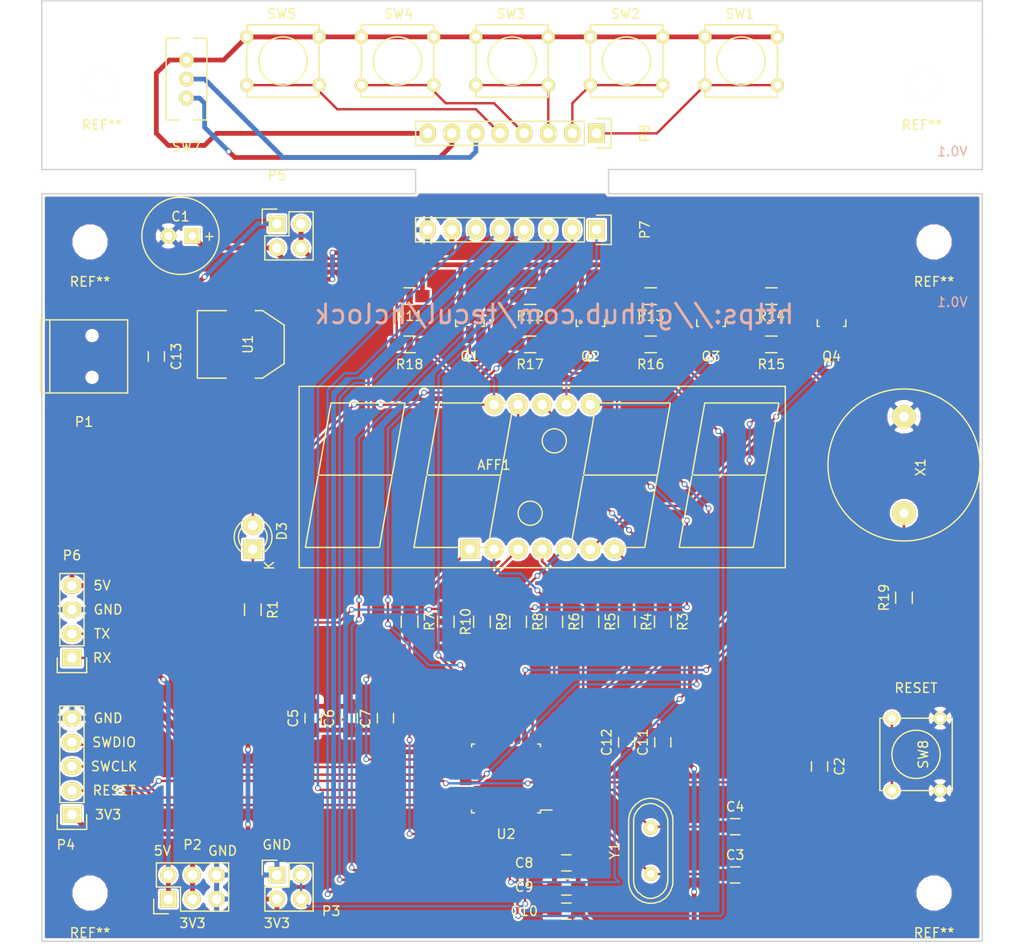
<source format=kicad_pcb>
(kicad_pcb (version 4) (host pcbnew 4.0.2+e4-6225~38~ubuntu14.04.1-stable)
  (title_block (date 2016-06-23) (rev 0.1))
  (layers (0 F.Cu signal) (31 B.Cu signal) (34 B.Paste user) (35 F.Paste user) (36 B.SilkS user) (37 F.SilkS user) (38 B.Mask user) (39 F.Mask user) (44 Edge.Cuts user))
  (net 0 "")
  (net 1 "Net-(AFF1-Pad1)")
  (net 2 "Net-(AFF1-Pad2)")
  (net 3 "Net-(AFF1-Pad3)")
  (net 4 "Net-(AFF1-Pad4)")
  (net 5 "Net-(AFF1-Pad5)")
  (net 6 "Net-(AFF1-Pad6)")
  (net 7 "Net-(AFF1-Pad9)")
  (net 8 "Net-(AFF1-Pad8)")
  (net 9 "Net-(AFF1-Pad12)")
  (net 10 "Net-(AFF1-Pad11)")
  (net 11 "Net-(AFF1-Pad7)")
  (net 12 "Net-(AFF1-Pad10)")
  (net 13 +3V3)
  (net 14 GND)
  (net 15 /micro/RESET)
  (net 16 "Net-(C3-Pad1)")
  (net 17 "Net-(C4-Pad1)")
  (net 18 +5V)
  (net 19 "Net-(P3-Pad2)")
  (net 20 /display/DIGIT0)
  (net 21 /display/DIGIT1)
  (net 22 /display/DIGIT2)
  (net 23 /display/DIGIT3)
  (net 24 /button/SWITCH0)
  (net 25 /buzzer/BUZZER)
  (net 26 /button/BUTTON0)
  (net 27 /button/BUTTON1)
  (net 28 /button/BUTTON2)
  (net 29 /button/BUTTON3)
  (net 30 /button/BUTTON4)
  (net 31 "Net-(R19-Pad2)")
  (net 32 "Net-(D3-Pad1)")
  (net 33 /micro/SWCLK)
  (net 34 /micro/SWDIO)
  (net 35 "Net-(P5-Pad2)")
  (net 36 /micro/RX)
  (net 37 /micro/TX)
  (net 38 "Net-(Q1-Pad1)")
  (net 39 "Net-(Q2-Pad1)")
  (net 40 "Net-(Q3-Pad1)")
  (net 41 "Net-(Q4-Pad1)")
  (net 42 /display/SEG0)
  (net 43 /display/SEG1)
  (net 44 /display/SEG2)
  (net 45 /display/SEG3)
  (net 46 /display/SEG4)
  (net 47 /display/SEG5)
  (net 48 /display/SEG6)
  (net 49 /display/SEG7)
  (net 50 "Net-(P1-Pad2)")
  (net 51 "Net-(P1-Pad3)")
  (net 52 "Net-(P1-Pad4)")
  (net 53 "Net-(P8-Pad1)")
  (net 54 "Net-(P8-Pad2)")
  (net 55 "Net-(P8-Pad3)")
  (net 56 "Net-(P8-Pad4)")
  (net 57 "Net-(P8-Pad5)")
  (net 58 "Net-(P8-Pad6)")
  (net 59 "Net-(P8-Pad7)")
  (net 60 "Net-(P8-Pad8)")
  (net 61 "Net-(U1-Pad4)")
  (module Discret:C1V8 (layer F.Cu) (at 106.68 60.96 180)
    (fp_text reference C1 (at 0 2.032 180) (layer F.SilkS))
    (fp_text value 10uf)
    (fp_text user + (at -3.04546 0 180) (layer F.SilkS))
    (pad 1 thru_hole rect (at -1.27 0 180) (size 1.651 1.651) (drill 0.8128) (layers *.Cu *.Mask F.SilkS) (net 13 +3V3))
    (pad 2 thru_hole circle (at 1.27 0 180) (size 1.651 1.651) (drill 0.8128) (layers *.Cu *.Mask F.SilkS) (net 14 GND))
  )
  (module Capacitors_SMD:C_0805_HandSoldering (layer F.Cu) (at 173.99 116.84 270)
    (fp_text reference C2 (at 0 -2.1 270) (layer F.SilkS))
    (fp_text value 0.1uf)
    (pad 1 smd rect (at -1.25 0 270) (size 1.5 1.25) (layers F.Cu F.Paste F.Mask) (net 15 /micro/RESET))
    (pad 2 smd rect (at 1.25 0 270) (size 1.5 1.25) (layers F.Cu F.Paste F.Mask) (net 14 GND))
  )
  (module Capacitors_SMD:C_0805_HandSoldering (layer F.Cu) (at 165.1 128.27)
    (fp_text reference C3 (at 0 -2.1) (layer F.SilkS))
    (fp_text value 22pf)
    (pad 1 smd rect (at -1.25 0) (size 1.5 1.25) (layers F.Cu F.Paste F.Mask) (net 16 "Net-(C3-Pad1)"))
    (pad 2 smd rect (at 1.25 0) (size 1.5 1.25) (layers F.Cu F.Paste F.Mask) (net 14 GND))
  )
  (module Capacitors_SMD:C_0805_HandSoldering (layer F.Cu) (at 165.1 123.19)
    (fp_text reference C4 (at 0 -2.1) (layer F.SilkS))
    (fp_text value 22pf)
    (pad 1 smd rect (at -1.25 0) (size 1.5 1.25) (layers F.Cu F.Paste F.Mask) (net 17 "Net-(C4-Pad1)"))
    (pad 2 smd rect (at 1.25 0) (size 1.5 1.25) (layers F.Cu F.Paste F.Mask) (net 14 GND))
  )
  (module Capacitors_SMD:C_0805_HandSoldering (layer F.Cu) (at 120.65 111.76 90)
    (fp_text reference C5 (at 0 -2.1 90) (layer F.SilkS))
    (fp_text value 100nf)
    (pad 1 smd rect (at -1.25 0 90) (size 1.5 1.25) (layers F.Cu F.Paste F.Mask) (net 13 +3V3))
    (pad 2 smd rect (at 1.25 0 90) (size 1.5 1.25) (layers F.Cu F.Paste F.Mask) (net 14 GND))
  )
  (module Capacitors_SMD:C_0805_HandSoldering (layer F.Cu) (at 124.46 111.76 90)
    (fp_text reference C6 (at 0 -2.1 90) (layer F.SilkS))
    (fp_text value 100nf)
    (pad 1 smd rect (at -1.25 0 90) (size 1.5 1.25) (layers F.Cu F.Paste F.Mask) (net 13 +3V3))
    (pad 2 smd rect (at 1.25 0 90) (size 1.5 1.25) (layers F.Cu F.Paste F.Mask) (net 14 GND))
  )
  (module Capacitors_SMD:C_0805_HandSoldering (layer F.Cu) (at 128.27 111.76 90)
    (fp_text reference C7 (at 0 -2.1 90) (layer F.SilkS))
    (fp_text value 4.7uf)
    (pad 1 smd rect (at -1.25 0 90) (size 1.5 1.25) (layers F.Cu F.Paste F.Mask) (net 13 +3V3))
    (pad 2 smd rect (at 1.25 0 90) (size 1.5 1.25) (layers F.Cu F.Paste F.Mask) (net 14 GND))
  )
  (module Capacitors_SMD:C_0805_HandSoldering (layer F.Cu) (at 147.32 127 180)
    (fp_text reference C8 (at 4.445 0 180) (layer F.SilkS))
    (fp_text value 4.7uf)
    (pad 1 smd rect (at -1.25 0 180) (size 1.5 1.25) (layers F.Cu F.Paste F.Mask) (net 13 +3V3))
    (pad 2 smd rect (at 1.25 0 180) (size 1.5 1.25) (layers F.Cu F.Paste F.Mask) (net 14 GND))
  )
  (module Capacitors_SMD:C_0805_HandSoldering (layer F.Cu) (at 147.32 129.54 180)
    (fp_text reference C9 (at 4.445 0 180) (layer F.SilkS))
    (fp_text value 100nf)
    (pad 1 smd rect (at -1.25 0 180) (size 1.5 1.25) (layers F.Cu F.Paste F.Mask) (net 13 +3V3))
    (pad 2 smd rect (at 1.25 0 180) (size 1.5 1.25) (layers F.Cu F.Paste F.Mask) (net 14 GND))
  )
  (module Capacitors_SMD:C_0805_HandSoldering (layer F.Cu) (at 147.32 132.08 180)
    (fp_text reference C10 (at 4.445 0 180) (layer F.SilkS))
    (fp_text value 100nf)
    (pad 1 smd rect (at -1.25 0 180) (size 1.5 1.25) (layers F.Cu F.Paste F.Mask) (net 13 +3V3))
    (pad 2 smd rect (at 1.25 0 180) (size 1.5 1.25) (layers F.Cu F.Paste F.Mask) (net 14 GND))
  )
  (module Capacitors_SMD:C_0805_HandSoldering (layer F.Cu) (at 157.48 114.3 90)
    (fp_text reference C11 (at 0 -2.1 90) (layer F.SilkS))
    (fp_text value 10nf)
    (pad 1 smd rect (at -1.25 0 90) (size 1.5 1.25) (layers F.Cu F.Paste F.Mask) (net 13 +3V3))
    (pad 2 smd rect (at 1.25 0 90) (size 1.5 1.25) (layers F.Cu F.Paste F.Mask) (net 14 GND))
  )
  (module Capacitors_SMD:C_0805_HandSoldering (layer F.Cu) (at 153.67 114.3 90)
    (fp_text reference C12 (at 0 -2.1 90) (layer F.SilkS))
    (fp_text value 1uf)
    (pad 1 smd rect (at -1.25 0 90) (size 1.5 1.25) (layers F.Cu F.Paste F.Mask) (net 13 +3V3))
    (pad 2 smd rect (at 1.25 0 90) (size 1.5 1.25) (layers F.Cu F.Paste F.Mask) (net 14 GND))
  )
  (module LEDs:LED-3MM (layer F.Cu) (at 114.3 93.98 90)
    (fp_text reference D3 (at 1.91 3.06 90) (layer F.SilkS))
    (fp_text value "LED alarm")
    (fp_text user K (at -1.69 1.74 90) (layer F.SilkS))
    (pad 1 thru_hole rect (at 0 0 180) (size 2 2) (drill 1.00076) (layers *.Cu *.Mask F.SilkS) (net 32 "Net-(D3-Pad1)"))
    (pad 2 thru_hole circle (at 2.54 0 90) (size 2 2) (drill 1.00076) (layers *.Cu *.Mask F.SilkS) (net 9 "Net-(AFF1-Pad12)"))
  )
  (module Connect:USB_Mini-B (layer F.Cu) (at 96.52 73.66)
    (fp_text reference P1 (at 0 6.90118) (layer F.SilkS))
    (fp_text value USB_OTG)
    (pad 1 smd rect (at 3.44932 -1.6002) (size 2.30124 0.50038) (layers F.Cu F.Paste F.Mask) (net 18 +5V))
    (pad 2 smd rect (at 3.44932 -0.8001) (size 2.30124 0.50038) (layers F.Cu F.Paste F.Mask) (net 50 "Net-(P1-Pad2)"))
    (pad 3 smd rect (at 3.44932 0) (size 2.30124 0.50038) (layers F.Cu F.Paste F.Mask) (net 51 "Net-(P1-Pad3)"))
    (pad 4 smd rect (at 3.44932 0.8001) (size 2.30124 0.50038) (layers F.Cu F.Paste F.Mask) (net 52 "Net-(P1-Pad4)"))
    (pad 5 smd rect (at 3.44932 1.6002) (size 2.30124 0.50038) (layers F.Cu F.Paste F.Mask) (net 14 GND))
    (pad 6 smd rect (at 3.35026 -4.45008) (size 2.49936 1.99898) (layers F.Cu F.Paste F.Mask) (net 14 GND))
    (pad 6 smd rect (at -2.14884 -4.45008) (size 2.49936 1.99898) (layers F.Cu F.Paste F.Mask) (net 14 GND))
    (pad 6 smd rect (at 3.35026 4.45008) (size 2.49936 1.99898) (layers F.Cu F.Paste F.Mask) (net 14 GND))
    (pad 6 smd rect (at -2.14884 4.45008) (size 2.49936 1.99898) (layers F.Cu F.Paste F.Mask) (net 14 GND))
    (pad "" np_thru_hole circle (at 0.8509 -2.19964) (size 0.89916 0.89916) (drill 0.89916) (layers *.Cu *.Mask F.SilkS))
    (pad "" np_thru_hole circle (at 0.8509 2.19964) (size 0.89916 0.89916) (drill 0.89916) (layers *.Cu *.Mask F.SilkS))
  )
  (module Pin_Headers:Pin_Header_Straight_2x03 (layer F.Cu) (at 105.41 130.81 90)
    (fp_text reference P2 (at 5.715 2.54 180) (layer F.SilkS))
    (fp_text value CONN_02X03)
    (pad 1 thru_hole rect (at 0 0 90) (size 1.7272 1.7272) (drill 1.016) (layers *.Cu *.Mask F.SilkS) (net 18 +5V))
    (pad 2 thru_hole oval (at 2.54 0 90) (size 1.7272 1.7272) (drill 1.016) (layers *.Cu *.Mask F.SilkS) (net 18 +5V))
    (pad 3 thru_hole oval (at 0 2.54 90) (size 1.7272 1.7272) (drill 1.016) (layers *.Cu *.Mask F.SilkS) (net 13 +3V3))
    (pad 4 thru_hole oval (at 2.54 2.54 90) (size 1.7272 1.7272) (drill 1.016) (layers *.Cu *.Mask F.SilkS) (net 13 +3V3))
    (pad 5 thru_hole oval (at 0 5.08 90) (size 1.7272 1.7272) (drill 1.016) (layers *.Cu *.Mask F.SilkS) (net 14 GND))
    (pad 6 thru_hole oval (at 2.54 5.08 90) (size 1.7272 1.7272) (drill 1.016) (layers *.Cu *.Mask F.SilkS) (net 14 GND))
  )
  (module Pin_Headers:Pin_Header_Straight_2x02 (layer F.Cu) (at 116.84 128.27)
    (fp_text reference P3 (at 5.715 3.81) (layer F.SilkS))
    (fp_text value CONN_02X02)
    (pad 1 thru_hole rect (at 0 0) (size 1.7272 1.7272) (drill 1.016) (layers *.Cu *.Mask F.SilkS) (net 14 GND))
    (pad 2 thru_hole oval (at 2.54 0) (size 1.7272 1.7272) (drill 1.016) (layers *.Cu *.Mask F.SilkS) (net 19 "Net-(P3-Pad2)"))
    (pad 3 thru_hole oval (at 0 2.54) (size 1.7272 1.7272) (drill 1.016) (layers *.Cu *.Mask F.SilkS) (net 13 +3V3))
    (pad 4 thru_hole oval (at 2.54 2.54) (size 1.7272 1.7272) (drill 1.016) (layers *.Cu *.Mask F.SilkS) (net 19 "Net-(P3-Pad2)"))
  )
  (module Pin_Headers:Pin_Header_Straight_1x05 (layer F.Cu) (at 95.25 121.92 180)
    (fp_text reference P4 (at 0.635 -3.175 180) (layer F.SilkS))
    (fp_text value CONN_01X05)
    (pad 1 thru_hole rect (at 0 0 180) (size 2.032 1.7272) (drill 1.016) (layers *.Cu *.Mask F.SilkS) (net 13 +3V3))
    (pad 2 thru_hole oval (at 0 2.54 180) (size 2.032 1.7272) (drill 1.016) (layers *.Cu *.Mask F.SilkS) (net 15 /micro/RESET))
    (pad 3 thru_hole oval (at 0 5.08 180) (size 2.032 1.7272) (drill 1.016) (layers *.Cu *.Mask F.SilkS) (net 33 /micro/SWCLK))
    (pad 4 thru_hole oval (at 0 7.62 180) (size 2.032 1.7272) (drill 1.016) (layers *.Cu *.Mask F.SilkS) (net 34 /micro/SWDIO))
    (pad 5 thru_hole oval (at 0 10.16 180) (size 2.032 1.7272) (drill 1.016) (layers *.Cu *.Mask F.SilkS) (net 14 GND))
  )
  (module Pin_Headers:Pin_Header_Straight_2x02 (layer F.Cu) (at 116.84 59.69)
    (fp_text reference P5 (at 0 -5.1) (layer F.SilkS))
    (fp_text value CONN_02X02)
    (pad 1 thru_hole rect (at 0 0) (size 1.7272 1.7272) (drill 1.016) (layers *.Cu *.Mask F.SilkS) (net 18 +5V))
    (pad 2 thru_hole oval (at 2.54 0) (size 1.7272 1.7272) (drill 1.016) (layers *.Cu *.Mask F.SilkS) (net 35 "Net-(P5-Pad2)"))
    (pad 3 thru_hole oval (at 0 2.54) (size 1.7272 1.7272) (drill 1.016) (layers *.Cu *.Mask F.SilkS) (net 13 +3V3))
    (pad 4 thru_hole oval (at 2.54 2.54) (size 1.7272 1.7272) (drill 1.016) (layers *.Cu *.Mask F.SilkS) (net 35 "Net-(P5-Pad2)"))
  )
  (module Pin_Headers:Pin_Header_Straight_1x04 (layer F.Cu) (at 95.25 105.41 180)
    (fp_text reference P6 (at 0 10.795 180) (layer F.SilkS))
    (fp_text value CONN_01X04)
    (pad 1 thru_hole rect (at 0 0 180) (size 2.032 1.7272) (drill 1.016) (layers *.Cu *.Mask F.SilkS) (net 36 /micro/RX))
    (pad 2 thru_hole oval (at 0 2.54 180) (size 2.032 1.7272) (drill 1.016) (layers *.Cu *.Mask F.SilkS) (net 37 /micro/TX))
    (pad 3 thru_hole oval (at 0 5.08 180) (size 2.032 1.7272) (drill 1.016) (layers *.Cu *.Mask F.SilkS) (net 14 GND))
    (pad 4 thru_hole oval (at 0 7.62 180) (size 2.032 1.7272) (drill 1.016) (layers *.Cu *.Mask F.SilkS) (net 18 +5V))
  )
  (module TO_SOT_Packages_SMD:SOT-23_Handsoldering (layer F.Cu) (at 137.16 69.85 180)
    (fp_text reference Q1 (at 0 -3.81 180) (layer F.SilkS))
    (fp_text value "PNP 2PB709BRL")
    (pad 1 smd rect (at -0.95 1.50114 180) (size 0.8001 1.80086) (layers F.Cu F.Paste F.Mask) (net 38 "Net-(Q1-Pad1)"))
    (pad 2 smd rect (at 0.95 1.50114 180) (size 0.8001 1.80086) (layers F.Cu F.Paste F.Mask) (net 35 "Net-(P5-Pad2)"))
    (pad 3 smd rect (at 0 -1.50114 180) (size 0.8001 1.80086) (layers F.Cu F.Paste F.Mask) (net 9 "Net-(AFF1-Pad12)"))
  )
  (module TO_SOT_Packages_SMD:SOT-23_Handsoldering (layer F.Cu) (at 149.86 69.85 180)
    (fp_text reference Q2 (at 0 -3.81 180) (layer F.SilkS))
    (fp_text value "PNP 2PB709BRL")
    (pad 1 smd rect (at -0.95 1.50114 180) (size 0.8001 1.80086) (layers F.Cu F.Paste F.Mask) (net 39 "Net-(Q2-Pad1)"))
    (pad 2 smd rect (at 0.95 1.50114 180) (size 0.8001 1.80086) (layers F.Cu F.Paste F.Mask) (net 35 "Net-(P5-Pad2)"))
    (pad 3 smd rect (at 0 -1.50114 180) (size 0.8001 1.80086) (layers F.Cu F.Paste F.Mask) (net 7 "Net-(AFF1-Pad9)"))
  )
  (module TO_SOT_Packages_SMD:SOT-23_Handsoldering (layer F.Cu) (at 162.56 69.85 180)
    (fp_text reference Q3 (at 0 -3.81 180) (layer F.SilkS))
    (fp_text value "PNP 2PB709BRL")
    (pad 1 smd rect (at -0.95 1.50114 180) (size 0.8001 1.80086) (layers F.Cu F.Paste F.Mask) (net 40 "Net-(Q3-Pad1)"))
    (pad 2 smd rect (at 0.95 1.50114 180) (size 0.8001 1.80086) (layers F.Cu F.Paste F.Mask) (net 35 "Net-(P5-Pad2)"))
    (pad 3 smd rect (at 0 -1.50114 180) (size 0.8001 1.80086) (layers F.Cu F.Paste F.Mask) (net 8 "Net-(AFF1-Pad8)"))
  )
  (module TO_SOT_Packages_SMD:SOT-23_Handsoldering (layer F.Cu) (at 175.26 69.85 180)
    (fp_text reference Q4 (at 0 -3.81 180) (layer F.SilkS))
    (fp_text value "PNP 2PB709BRL")
    (pad 1 smd rect (at -0.95 1.50114 180) (size 0.8001 1.80086) (layers F.Cu F.Paste F.Mask) (net 41 "Net-(Q4-Pad1)"))
    (pad 2 smd rect (at 0.95 1.50114 180) (size 0.8001 1.80086) (layers F.Cu F.Paste F.Mask) (net 35 "Net-(P5-Pad2)"))
    (pad 3 smd rect (at 0 -1.50114 180) (size 0.8001 1.80086) (layers F.Cu F.Paste F.Mask) (net 6 "Net-(AFF1-Pad6)"))
  )
  (module Resistors_SMD:R_0805_HandSoldering (layer F.Cu) (at 114.3 100.33 270)
    (fp_text reference R1 (at 0 -2.1 270) (layer F.SilkS))
    (fp_text value 200)
    (pad 1 smd rect (at -1.35 0 270) (size 1.5 1.3) (layers F.Cu F.Paste F.Mask) (net 32 "Net-(D3-Pad1)"))
    (pad 2 smd rect (at 1.35 0 270) (size 1.5 1.3) (layers F.Cu F.Paste F.Mask) (net 3 "Net-(AFF1-Pad3)"))
  )
  (module Resistors_SMD:R_0805_HandSoldering (layer F.Cu) (at 157.48 101.6 270)
    (fp_text reference R3 (at 0 -2.1 270) (layer F.SilkS))
    (fp_text value 510)
    (pad 1 smd rect (at -1.35 0 270) (size 1.5 1.3) (layers F.Cu F.Paste F.Mask) (net 10 "Net-(AFF1-Pad11)"))
    (pad 2 smd rect (at 1.35 0 270) (size 1.5 1.3) (layers F.Cu F.Paste F.Mask) (net 42 /display/SEG0))
  )
  (module Resistors_SMD:R_0805_HandSoldering (layer F.Cu) (at 153.67 101.6 270)
    (fp_text reference R4 (at 0 -2.1 270) (layer F.SilkS))
    (fp_text value 510)
    (pad 1 smd rect (at -1.35 0 270) (size 1.5 1.3) (layers F.Cu F.Paste F.Mask) (net 11 "Net-(AFF1-Pad7)"))
    (pad 2 smd rect (at 1.35 0 270) (size 1.5 1.3) (layers F.Cu F.Paste F.Mask) (net 43 /display/SEG1))
  )
  (module Resistors_SMD:R_0805_HandSoldering (layer F.Cu) (at 149.86 101.6 270)
    (fp_text reference R5 (at 0 -2.1 270) (layer F.SilkS))
    (fp_text value 510)
    (pad 1 smd rect (at -1.35 0 270) (size 1.5 1.3) (layers F.Cu F.Paste F.Mask) (net 4 "Net-(AFF1-Pad4)"))
    (pad 2 smd rect (at 1.35 0 270) (size 1.5 1.3) (layers F.Cu F.Paste F.Mask) (net 44 /display/SEG2))
  )
  (module Resistors_SMD:R_0805_HandSoldering (layer F.Cu) (at 146.05 101.6 270)
    (fp_text reference R6 (at 0 -2.1 270) (layer F.SilkS))
    (fp_text value 510)
    (pad 1 smd rect (at -1.35 0 270) (size 1.5 1.3) (layers F.Cu F.Paste F.Mask) (net 2 "Net-(AFF1-Pad2)"))
    (pad 2 smd rect (at 1.35 0 270) (size 1.5 1.3) (layers F.Cu F.Paste F.Mask) (net 45 /display/SEG3))
  )
  (module Resistors_SMD:R_0805_HandSoldering (layer F.Cu) (at 130.81 101.6 270)
    (fp_text reference R7 (at 0 -2.1 270) (layer F.SilkS))
    (fp_text value 510)
    (pad 1 smd rect (at -1.35 0 270) (size 1.5 1.3) (layers F.Cu F.Paste F.Mask) (net 1 "Net-(AFF1-Pad1)"))
    (pad 2 smd rect (at 1.35 0 270) (size 1.5 1.3) (layers F.Cu F.Paste F.Mask) (net 46 /display/SEG4))
  )
  (module Resistors_SMD:R_0805_HandSoldering (layer F.Cu) (at 142.24 101.6 270)
    (fp_text reference R8 (at 0 -2.1 270) (layer F.SilkS))
    (fp_text value 510)
    (pad 1 smd rect (at -1.35 0 270) (size 1.5 1.3) (layers F.Cu F.Paste F.Mask) (net 12 "Net-(AFF1-Pad10)"))
    (pad 2 smd rect (at 1.35 0 270) (size 1.5 1.3) (layers F.Cu F.Paste F.Mask) (net 47 /display/SEG5))
  )
  (module Resistors_SMD:R_0805_HandSoldering (layer F.Cu) (at 138.43 101.6 270)
    (fp_text reference R9 (at 0 -2.1 270) (layer F.SilkS))
    (fp_text value 510)
    (pad 1 smd rect (at -1.35 0 270) (size 1.5 1.3) (layers F.Cu F.Paste F.Mask) (net 5 "Net-(AFF1-Pad5)"))
    (pad 2 smd rect (at 1.35 0 270) (size 1.5 1.3) (layers F.Cu F.Paste F.Mask) (net 48 /display/SEG6))
  )
  (module Resistors_SMD:R_0805_HandSoldering (layer F.Cu) (at 134.62 101.6 270)
    (fp_text reference R10 (at 0 -2.1 270) (layer F.SilkS))
    (fp_text value 510)
    (pad 1 smd rect (at -1.35 0 270) (size 1.5 1.3) (layers F.Cu F.Paste F.Mask) (net 3 "Net-(AFF1-Pad3)"))
    (pad 2 smd rect (at 1.35 0 270) (size 1.5 1.3) (layers F.Cu F.Paste F.Mask) (net 49 /display/SEG7))
  )
  (module Resistors_SMD:R_0805_HandSoldering (layer F.Cu) (at 130.81 67.31 180)
    (fp_text reference R11 (at 0 -2.1 180) (layer F.SilkS))
    (fp_text value 10k)
    (pad 1 smd rect (at -1.35 0 180) (size 1.5 1.3) (layers F.Cu F.Paste F.Mask) (net 35 "Net-(P5-Pad2)"))
    (pad 2 smd rect (at 1.35 0 180) (size 1.5 1.3) (layers F.Cu F.Paste F.Mask) (net 20 /display/DIGIT0))
  )
  (module Resistors_SMD:R_0805_HandSoldering (layer F.Cu) (at 143.51 67.31 180)
    (fp_text reference R12 (at 0 -2.1 180) (layer F.SilkS))
    (fp_text value 10k)
    (pad 1 smd rect (at -1.35 0 180) (size 1.5 1.3) (layers F.Cu F.Paste F.Mask) (net 35 "Net-(P5-Pad2)"))
    (pad 2 smd rect (at 1.35 0 180) (size 1.5 1.3) (layers F.Cu F.Paste F.Mask) (net 21 /display/DIGIT1))
  )
  (module Resistors_SMD:R_0805_HandSoldering (layer F.Cu) (at 156.21 67.31 180)
    (fp_text reference R13 (at 0 -2.1 180) (layer F.SilkS))
    (fp_text value 10k)
    (pad 1 smd rect (at -1.35 0 180) (size 1.5 1.3) (layers F.Cu F.Paste F.Mask) (net 35 "Net-(P5-Pad2)"))
    (pad 2 smd rect (at 1.35 0 180) (size 1.5 1.3) (layers F.Cu F.Paste F.Mask) (net 22 /display/DIGIT2))
  )
  (module Resistors_SMD:R_0805_HandSoldering (layer F.Cu) (at 168.91 67.31 180)
    (fp_text reference R14 (at 0 -2.1 180) (layer F.SilkS))
    (fp_text value 10k)
    (pad 1 smd rect (at -1.35 0 180) (size 1.5 1.3) (layers F.Cu F.Paste F.Mask) (net 35 "Net-(P5-Pad2)"))
    (pad 2 smd rect (at 1.35 0 180) (size 1.5 1.3) (layers F.Cu F.Paste F.Mask) (net 23 /display/DIGIT3))
  )
  (module Resistors_SMD:R_0805_HandSoldering (layer F.Cu) (at 168.91 72.39 180)
    (fp_text reference R15 (at 0 -2.1 180) (layer F.SilkS))
    (fp_text value 1300)
    (pad 1 smd rect (at -1.35 0 180) (size 1.5 1.3) (layers F.Cu F.Paste F.Mask) (net 41 "Net-(Q4-Pad1)"))
    (pad 2 smd rect (at 1.35 0 180) (size 1.5 1.3) (layers F.Cu F.Paste F.Mask) (net 23 /display/DIGIT3))
  )
  (module Resistors_SMD:R_0805_HandSoldering (layer F.Cu) (at 156.21 72.39 180)
    (fp_text reference R16 (at 0 -2.1 180) (layer F.SilkS))
    (fp_text value 1300)
    (pad 1 smd rect (at -1.35 0 180) (size 1.5 1.3) (layers F.Cu F.Paste F.Mask) (net 40 "Net-(Q3-Pad1)"))
    (pad 2 smd rect (at 1.35 0 180) (size 1.5 1.3) (layers F.Cu F.Paste F.Mask) (net 22 /display/DIGIT2))
  )
  (module Resistors_SMD:R_0805_HandSoldering (layer F.Cu) (at 143.51 72.39 180)
    (fp_text reference R17 (at 0 -2.1 180) (layer F.SilkS))
    (fp_text value 1300)
    (pad 1 smd rect (at -1.35 0 180) (size 1.5 1.3) (layers F.Cu F.Paste F.Mask) (net 39 "Net-(Q2-Pad1)"))
    (pad 2 smd rect (at 1.35 0 180) (size 1.5 1.3) (layers F.Cu F.Paste F.Mask) (net 21 /display/DIGIT1))
  )
  (module Resistors_SMD:R_0805_HandSoldering (layer F.Cu) (at 130.81 72.39 180)
    (fp_text reference R18 (at 0 -2.1 180) (layer F.SilkS))
    (fp_text value 1300)
    (pad 1 smd rect (at -1.35 0 180) (size 1.5 1.3) (layers F.Cu F.Paste F.Mask) (net 38 "Net-(Q1-Pad1)"))
    (pad 2 smd rect (at 1.35 0 180) (size 1.5 1.3) (layers F.Cu F.Paste F.Mask) (net 20 /display/DIGIT0))
  )
  (module Resistors_SMD:R_0805_HandSoldering (layer F.Cu) (at 182.88 99.06 90)
    (fp_text reference R19 (at 0 -2.1 90) (layer F.SilkS))
    (fp_text value 1300)
    (pad 1 smd rect (at -1.35 0 90) (size 1.5 1.3) (layers F.Cu F.Paste F.Mask) (net 25 /buzzer/BUZZER))
    (pad 2 smd rect (at 1.35 0 90) (size 1.5 1.3) (layers F.Cu F.Paste F.Mask) (net 31 "Net-(R19-Pad2)"))
  )
  (module Buttons_Switches_ThroughHole:SW_PUSH_SMALL (layer F.Cu) (at 165.735 42.545 180)
    (fp_text reference SW1 (at 0.127 4.953 180) (layer F.SilkS))
    (fp_text value SW_PUSH)
    (pad 1 thru_hole circle (at 3.81 -2.54 180) (size 1.397 1.397) (drill 0.8128) (layers *.Cu *.Mask F.SilkS) (net 53 "Net-(P8-Pad1)"))
    (pad 2 thru_hole circle (at 3.81 2.54 180) (size 1.397 1.397) (drill 0.8128) (layers *.Cu *.Mask F.SilkS) (net 60 "Net-(P8-Pad8)"))
    (pad 1 thru_hole circle (at -3.81 -2.54 180) (size 1.397 1.397) (drill 0.8128) (layers *.Cu *.Mask F.SilkS) (net 53 "Net-(P8-Pad1)"))
    (pad 2 thru_hole circle (at -3.81 2.54 180) (size 1.397 1.397) (drill 0.8128) (layers *.Cu *.Mask F.SilkS) (net 60 "Net-(P8-Pad8)"))
  )
  (module Buttons_Switches_ThroughHole:SW_PUSH_SMALL (layer F.Cu) (at 153.67 42.545 180)
    (fp_text reference SW2 (at 0.127 4.953 180) (layer F.SilkS))
    (fp_text value SW_PUSH)
    (pad 1 thru_hole circle (at 3.81 -2.54 180) (size 1.397 1.397) (drill 0.8128) (layers *.Cu *.Mask F.SilkS) (net 54 "Net-(P8-Pad2)"))
    (pad 2 thru_hole circle (at 3.81 2.54 180) (size 1.397 1.397) (drill 0.8128) (layers *.Cu *.Mask F.SilkS) (net 60 "Net-(P8-Pad8)"))
    (pad 1 thru_hole circle (at -3.81 -2.54 180) (size 1.397 1.397) (drill 0.8128) (layers *.Cu *.Mask F.SilkS) (net 54 "Net-(P8-Pad2)"))
    (pad 2 thru_hole circle (at -3.81 2.54 180) (size 1.397 1.397) (drill 0.8128) (layers *.Cu *.Mask F.SilkS) (net 60 "Net-(P8-Pad8)"))
  )
  (module Buttons_Switches_ThroughHole:SW_PUSH_SMALL (layer F.Cu) (at 141.605 42.545 180)
    (fp_text reference SW3 (at 0.127 4.953 180) (layer F.SilkS))
    (fp_text value SW_PUSH)
    (pad 1 thru_hole circle (at 3.81 -2.54 180) (size 1.397 1.397) (drill 0.8128) (layers *.Cu *.Mask F.SilkS) (net 55 "Net-(P8-Pad3)"))
    (pad 2 thru_hole circle (at 3.81 2.54 180) (size 1.397 1.397) (drill 0.8128) (layers *.Cu *.Mask F.SilkS) (net 60 "Net-(P8-Pad8)"))
    (pad 1 thru_hole circle (at -3.81 -2.54 180) (size 1.397 1.397) (drill 0.8128) (layers *.Cu *.Mask F.SilkS) (net 55 "Net-(P8-Pad3)"))
    (pad 2 thru_hole circle (at -3.81 2.54 180) (size 1.397 1.397) (drill 0.8128) (layers *.Cu *.Mask F.SilkS) (net 60 "Net-(P8-Pad8)"))
  )
  (module Buttons_Switches_ThroughHole:SW_PUSH_SMALL (layer F.Cu) (at 129.54 42.545 180)
    (fp_text reference SW4 (at -0.127 4.953 180) (layer F.SilkS))
    (fp_text value SW_PUSH)
    (pad 1 thru_hole circle (at 3.81 -2.54 180) (size 1.397 1.397) (drill 0.8128) (layers *.Cu *.Mask F.SilkS) (net 56 "Net-(P8-Pad4)"))
    (pad 2 thru_hole circle (at 3.81 2.54 180) (size 1.397 1.397) (drill 0.8128) (layers *.Cu *.Mask F.SilkS) (net 60 "Net-(P8-Pad8)"))
    (pad 1 thru_hole circle (at -3.81 -2.54 180) (size 1.397 1.397) (drill 0.8128) (layers *.Cu *.Mask F.SilkS) (net 56 "Net-(P8-Pad4)"))
    (pad 2 thru_hole circle (at -3.81 2.54 180) (size 1.397 1.397) (drill 0.8128) (layers *.Cu *.Mask F.SilkS) (net 60 "Net-(P8-Pad8)"))
  )
  (module Buttons_Switches_ThroughHole:SW_PUSH_SMALL (layer F.Cu) (at 117.475 42.545 180)
    (fp_text reference SW5 (at 0.127 4.953 180) (layer F.SilkS))
    (fp_text value SW_PUSH)
    (pad 1 thru_hole circle (at 3.81 -2.54 180) (size 1.397 1.397) (drill 0.8128) (layers *.Cu *.Mask F.SilkS) (net 57 "Net-(P8-Pad5)"))
    (pad 2 thru_hole circle (at 3.81 2.54 180) (size 1.397 1.397) (drill 0.8128) (layers *.Cu *.Mask F.SilkS) (net 60 "Net-(P8-Pad8)"))
    (pad 1 thru_hole circle (at -3.81 -2.54 180) (size 1.397 1.397) (drill 0.8128) (layers *.Cu *.Mask F.SilkS) (net 57 "Net-(P8-Pad5)"))
    (pad 2 thru_hole circle (at -3.81 2.54 180) (size 1.397 1.397) (drill 0.8128) (layers *.Cu *.Mask F.SilkS) (net 60 "Net-(P8-Pad8)"))
  )
  (module foot:OS102011MS2QS1 (layer F.Cu) (at 107.315 44.45 270)
    (fp_text reference SW7 (at 7.112 0 360) (layer F.SilkS))
    (fp_text value OS102011MS2QS1)
    (pad "" np_thru_hole circle (at 4.1148 0 270) (size 1.4986 1.4986) (drill 1.4986) (layers *.Cu))
    (pad 3 thru_hole circle (at 2.0066 0 270) (size 1.524 1.524) (drill 0.762) (layers *.Cu *.Mask F.SilkS) (net 59 "Net-(P8-Pad7)"))
    (pad 2 thru_hole circle (at 0 0 270) (size 1.524 1.524) (drill 0.762) (layers *.Cu *.Mask F.SilkS) (net 58 "Net-(P8-Pad6)"))
    (pad 1 thru_hole circle (at -2.0066 0 270) (size 1.524 1.524) (drill 0.762) (layers *.Cu *.Mask F.SilkS) (net 60 "Net-(P8-Pad8)"))
    (pad "" np_thru_hole circle (at -4.1148 0 270) (size 1.4986 1.4986) (drill 1.4986) (layers *.Cu))
  )
  (module Buttons_Switches_ThroughHole:SW_PUSH_SMALL (layer F.Cu) (at 184.15 115.57 270)
    (fp_text reference SW8 (at 0 -0.762 270) (layer F.SilkS))
    (fp_text value SW_PUSH)
    (pad 1 thru_hole circle (at 3.81 -2.54 270) (size 1.397 1.397) (drill 0.8128) (layers *.Cu *.Mask F.SilkS) (net 14 GND))
    (pad 2 thru_hole circle (at 3.81 2.54 270) (size 1.397 1.397) (drill 0.8128) (layers *.Cu *.Mask F.SilkS) (net 15 /micro/RESET))
    (pad 1 thru_hole circle (at -3.81 -2.54 270) (size 1.397 1.397) (drill 0.8128) (layers *.Cu *.Mask F.SilkS) (net 14 GND))
    (pad 2 thru_hole circle (at -3.81 2.54 270) (size 1.397 1.397) (drill 0.8128) (layers *.Cu *.Mask F.SilkS) (net 15 /micro/RESET))
  )
  (module Housings_QFP:LQFP-32_7x7mm_Pitch0.8mm (layer F.Cu) (at 140.97 118.11 180)
    (fp_text reference U2 (at 0 -5.85 180) (layer F.SilkS))
    (fp_text value STM32F030K6)
    (pad 1 smd rect (at -4.25 -2.8 180) (size 1.2 0.6) (layers F.Cu F.Paste F.Mask) (net 13 +3V3))
    (pad 2 smd rect (at -4.25 -2 180) (size 1.2 0.6) (layers F.Cu F.Paste F.Mask) (net 16 "Net-(C3-Pad1)"))
    (pad 3 smd rect (at -4.25 -1.2 180) (size 1.2 0.6) (layers F.Cu F.Paste F.Mask) (net 17 "Net-(C4-Pad1)"))
    (pad 4 smd rect (at -4.25 -0.4 180) (size 1.2 0.6) (layers F.Cu F.Paste F.Mask) (net 15 /micro/RESET))
    (pad 5 smd rect (at -4.25 0.4 180) (size 1.2 0.6) (layers F.Cu F.Paste F.Mask) (net 13 +3V3))
    (pad 6 smd rect (at -4.25 1.2 180) (size 1.2 0.6) (layers F.Cu F.Paste F.Mask) (net 42 /display/SEG0))
    (pad 7 smd rect (at -4.25 2 180) (size 1.2 0.6) (layers F.Cu F.Paste F.Mask) (net 43 /display/SEG1))
    (pad 8 smd rect (at -4.25 2.8 180) (size 1.2 0.6) (layers F.Cu F.Paste F.Mask) (net 44 /display/SEG2))
    (pad 9 smd rect (at -2.8 4.25 270) (size 1.2 0.6) (layers F.Cu F.Paste F.Mask) (net 45 /display/SEG3))
    (pad 10 smd rect (at -2 4.25 270) (size 1.2 0.6) (layers F.Cu F.Paste F.Mask) (net 25 /buzzer/BUZZER))
    (pad 11 smd rect (at -1.2 4.25 270) (size 1.2 0.6) (layers F.Cu F.Paste F.Mask) (net 47 /display/SEG5))
    (pad 12 smd rect (at -0.4 4.25 270) (size 1.2 0.6) (layers F.Cu F.Paste F.Mask) (net 48 /display/SEG6))
    (pad 13 smd rect (at 0.4 4.25 270) (size 1.2 0.6) (layers F.Cu F.Paste F.Mask) (net 49 /display/SEG7))
    (pad 14 smd rect (at 1.2 4.25 270) (size 1.2 0.6) (layers F.Cu F.Paste F.Mask) (net 26 /button/BUTTON0))
    (pad 15 smd rect (at 2 4.25 270) (size 1.2 0.6) (layers F.Cu F.Paste F.Mask) (net 27 /button/BUTTON1))
    (pad 16 smd rect (at 2.8 4.25 270) (size 1.2 0.6) (layers F.Cu F.Paste F.Mask) (net 14 GND))
    (pad 17 smd rect (at 4.25 2.8 180) (size 1.2 0.6) (layers F.Cu F.Paste F.Mask) (net 13 +3V3))
    (pad 18 smd rect (at 4.25 2 180) (size 1.2 0.6) (layers F.Cu F.Paste F.Mask) (net 20 /display/DIGIT0))
    (pad 19 smd rect (at 4.25 1.2 180) (size 1.2 0.6) (layers F.Cu F.Paste F.Mask) (net 37 /micro/TX))
    (pad 20 smd rect (at 4.25 0.4 180) (size 1.2 0.6) (layers F.Cu F.Paste F.Mask) (net 36 /micro/RX))
    (pad 21 smd rect (at 4.25 -0.4 180) (size 1.2 0.6) (layers F.Cu F.Paste F.Mask) (net 23 /display/DIGIT3))
    (pad 22 smd rect (at 4.25 -1.2 180) (size 1.2 0.6) (layers F.Cu F.Paste F.Mask) (net 24 /button/SWITCH0))
    (pad 23 smd rect (at 4.25 -2 180) (size 1.2 0.6) (layers F.Cu F.Paste F.Mask) (net 34 /micro/SWDIO))
    (pad 24 smd rect (at 4.25 -2.8 180) (size 1.2 0.6) (layers F.Cu F.Paste F.Mask) (net 33 /micro/SWCLK))
    (pad 25 smd rect (at 2.8 -4.25 270) (size 1.2 0.6) (layers F.Cu F.Paste F.Mask) (net 46 /display/SEG4))
    (pad 26 smd rect (at 2 -4.25 270) (size 1.2 0.6) (layers F.Cu F.Paste F.Mask) (net 28 /button/BUTTON2))
    (pad 27 smd rect (at 1.2 -4.25 270) (size 1.2 0.6) (layers F.Cu F.Paste F.Mask) (net 29 /button/BUTTON3))
    (pad 28 smd rect (at 0.4 -4.25 270) (size 1.2 0.6) (layers F.Cu F.Paste F.Mask) (net 30 /button/BUTTON4))
    (pad 29 smd rect (at -0.4 -4.25 270) (size 1.2 0.6) (layers F.Cu F.Paste F.Mask) (net 21 /display/DIGIT1))
    (pad 30 smd rect (at -1.2 -4.25 270) (size 1.2 0.6) (layers F.Cu F.Paste F.Mask) (net 22 /display/DIGIT2))
    (pad 31 smd rect (at -2 -4.25 270) (size 1.2 0.6) (layers F.Cu F.Paste F.Mask) (net 19 "Net-(P3-Pad2)"))
    (pad 32 smd rect (at -2.8 -4.25 270) (size 1.2 0.6) (layers F.Cu F.Paste F.Mask) (net 14 GND))
  )
  (module Buzzers_Beepers:BUZZER (layer F.Cu) (at 182.88 85.09 270)
    (fp_text reference X1 (at 0.24892 -1.75006 270) (layer F.SilkS))
    (fp_text value PKM22EPPH4002-B0)
    (pad 2 thru_hole circle (at 5.08 0 270) (size 2.49936 2.49936) (drill 1.00076) (layers *.Cu *.Mask F.SilkS) (net 31 "Net-(R19-Pad2)"))
    (pad 1 thru_hole circle (at -5.08 0 270) (size 2.49936 2.49936) (drill 1.00076) (layers *.Cu *.Mask F.SilkS) (net 14 GND))
  )
  (module Crystals:Crystal_HC49-U_Vertical (layer F.Cu) (at 156.21 125.73 90)
    (fp_text reference Y1 (at 0 -3.81 90) (layer F.SilkS))
    (fp_text value 8.0MHZ)
    (pad 1 thru_hole circle (at -2.44094 0 90) (size 1.50114 1.50114) (drill 0.8001) (layers *.Cu *.Mask F.SilkS) (net 16 "Net-(C3-Pad1)"))
    (pad 2 thru_hole circle (at 2.44094 0 90) (size 1.50114 1.50114) (drill 0.8001) (layers *.Cu *.Mask F.SilkS) (net 17 "Net-(C4-Pad1)"))
  )
  (module hdsp:hdsp-b04e (layer F.Cu) (at 144.78 93.98)
    (fp_text reference AFF1 (at -5.08 -8.89) (layer F.SilkS))
    (fp_text value HDSP-B04E)
    (pad 1 thru_hole rect (at -7.62 0) (size 2 2) (drill 1) (layers *.Cu *.Mask F.SilkS) (net 1 "Net-(AFF1-Pad1)"))
    (pad 2 thru_hole circle (at -5.08 0) (size 2 2) (drill 1) (layers *.Cu *.Mask F.SilkS) (net 2 "Net-(AFF1-Pad2)"))
    (pad 3 thru_hole circle (at -2.54 0) (size 2 2) (drill 1) (layers *.Cu *.Mask F.SilkS) (net 3 "Net-(AFF1-Pad3)"))
    (pad 4 thru_hole circle (at 0 0) (size 2 2) (drill 1) (layers *.Cu *.Mask F.SilkS) (net 4 "Net-(AFF1-Pad4)"))
    (pad 5 thru_hole circle (at 2.54 0) (size 2 2) (drill 1) (layers *.Cu *.Mask F.SilkS) (net 5 "Net-(AFF1-Pad5)"))
    (pad 6 thru_hole circle (at 5.08 0) (size 2 2) (drill 1) (layers *.Cu *.Mask F.SilkS) (net 6 "Net-(AFF1-Pad6)"))
    (pad 7 thru_hole circle (at 7.62 0) (size 2 2) (drill 1) (layers *.Cu *.Mask F.SilkS) (net 11 "Net-(AFF1-Pad7)"))
    (pad 8 thru_hole circle (at 5.08 -15.24) (size 2 2) (drill 1) (layers *.Cu *.Mask F.SilkS) (net 8 "Net-(AFF1-Pad8)"))
    (pad 9 thru_hole circle (at 2.54 -15.24) (size 2 2) (drill 1) (layers *.Cu *.Mask F.SilkS) (net 7 "Net-(AFF1-Pad9)"))
    (pad 10 thru_hole circle (at 0 -15.24) (size 2 2) (drill 1) (layers *.Cu *.Mask F.SilkS) (net 12 "Net-(AFF1-Pad10)"))
    (pad 11 thru_hole circle (at -2.54 -15.24) (size 2 2) (drill 1) (layers *.Cu *.Mask F.SilkS) (net 10 "Net-(AFF1-Pad11)"))
    (pad 12 thru_hole circle (at -5.08 -15.24) (size 2 2) (drill 1) (layers *.Cu *.Mask F.SilkS) (net 9 "Net-(AFF1-Pad12)"))
  )
  (module Pin_Headers:Pin_Header_Straight_1x08 (layer F.Cu) (at 150.495 60.325 270)
    (fp_text reference P7 (at 0 -5.1 270) (layer F.SilkS))
    (fp_text value CONN_01X08)
    (pad 1 thru_hole rect (at 0 0 270) (size 2.032 1.7272) (drill 1.016) (layers *.Cu *.Mask F.SilkS) (net 26 /button/BUTTON0))
    (pad 2 thru_hole oval (at 0 2.54 270) (size 2.032 1.7272) (drill 1.016) (layers *.Cu *.Mask F.SilkS) (net 27 /button/BUTTON1))
    (pad 3 thru_hole oval (at 0 5.08 270) (size 2.032 1.7272) (drill 1.016) (layers *.Cu *.Mask F.SilkS) (net 28 /button/BUTTON2))
    (pad 4 thru_hole oval (at 0 7.62 270) (size 2.032 1.7272) (drill 1.016) (layers *.Cu *.Mask F.SilkS) (net 29 /button/BUTTON3))
    (pad 5 thru_hole oval (at 0 10.16 270) (size 2.032 1.7272) (drill 1.016) (layers *.Cu *.Mask F.SilkS) (net 30 /button/BUTTON4))
    (pad 6 thru_hole oval (at 0 12.7 270) (size 2.032 1.7272) (drill 1.016) (layers *.Cu *.Mask F.SilkS) (net 24 /button/SWITCH0))
    (pad 7 thru_hole oval (at 0 15.24 270) (size 2.032 1.7272) (drill 1.016) (layers *.Cu *.Mask F.SilkS) (net 13 +3V3))
    (pad 8 thru_hole oval (at 0 17.78 270) (size 2.032 1.7272) (drill 1.016) (layers *.Cu *.Mask F.SilkS) (net 14 GND))
  )
  (module Pin_Headers:Pin_Header_Straight_1x08 (layer F.Cu) (at 150.495 50.165 270)
    (fp_text reference P8 (at 0 -5.1 270) (layer F.SilkS))
    (fp_text value CONN_01X08)
    (pad 1 thru_hole rect (at 0 0 270) (size 2.032 1.7272) (drill 1.016) (layers *.Cu *.Mask F.SilkS) (net 53 "Net-(P8-Pad1)"))
    (pad 2 thru_hole oval (at 0 2.54 270) (size 2.032 1.7272) (drill 1.016) (layers *.Cu *.Mask F.SilkS) (net 54 "Net-(P8-Pad2)"))
    (pad 3 thru_hole oval (at 0 5.08 270) (size 2.032 1.7272) (drill 1.016) (layers *.Cu *.Mask F.SilkS) (net 55 "Net-(P8-Pad3)"))
    (pad 4 thru_hole oval (at 0 7.62 270) (size 2.032 1.7272) (drill 1.016) (layers *.Cu *.Mask F.SilkS) (net 56 "Net-(P8-Pad4)"))
    (pad 5 thru_hole oval (at 0 10.16 270) (size 2.032 1.7272) (drill 1.016) (layers *.Cu *.Mask F.SilkS) (net 57 "Net-(P8-Pad5)"))
    (pad 6 thru_hole oval (at 0 12.7 270) (size 2.032 1.7272) (drill 1.016) (layers *.Cu *.Mask F.SilkS) (net 58 "Net-(P8-Pad6)"))
    (pad 7 thru_hole oval (at 0 15.24 270) (size 2.032 1.7272) (drill 1.016) (layers *.Cu *.Mask F.SilkS) (net 59 "Net-(P8-Pad7)"))
    (pad 8 thru_hole oval (at 0 17.78 270) (size 2.032 1.7272) (drill 1.016) (layers *.Cu *.Mask F.SilkS) (net 60 "Net-(P8-Pad8)"))
  )
  (module Capacitors_SMD:C_0805_HandSoldering (layer F.Cu) (at 104.14 73.66 270)
    (fp_text reference C13 (at 0 -2.1 270) (layer F.SilkS))
    (fp_text value 100nf)
    (pad 1 smd rect (at -1.25 0 270) (size 1.5 1.25) (layers F.Cu F.Paste F.Mask) (net 18 +5V))
    (pad 2 smd rect (at 1.25 0 270) (size 1.5 1.25) (layers F.Cu F.Paste F.Mask) (net 14 GND))
  )
  (module TO_SOT_Packages_SMD:SOT-223 (layer F.Cu) (at 113.03 72.39 270)
    (fp_text reference U1 (at 0 -0.762 270) (layer F.SilkS))
    (fp_text value LD1117AS33TR)
    (pad 4 smd rect (at 0 -3.302 270) (size 3.6576 2.032) (layers F.Cu F.Paste F.Mask) (net 61 "Net-(U1-Pad4)"))
    (pad 2 smd rect (at 0 3.302 270) (size 1.016 2.032) (layers F.Cu F.Paste F.Mask) (net 13 +3V3))
    (pad 3 smd rect (at 2.286 3.302 270) (size 1.016 2.032) (layers F.Cu F.Paste F.Mask) (net 18 +5V))
    (pad 1 smd rect (at -2.286 3.302 270) (size 1.016 2.032) (layers F.Cu F.Paste F.Mask) (net 14 GND))
  )
  (module Mounting_Holes:MountingHole_3.2mm_M3 (layer F.Cu) (at 186.055 61.595 180)
    (fp_text reference REF** (at 0 -4.2 180) (layer F.SilkS))
    (fp_text value MountingHole_3.2mm_M3)
    (pad 1 np_thru_hole circle (at 0 0 180) (size 3.2 3.2) (drill 3.2) (layers *.Cu *.Mask F.SilkS))
  )
  (module Mounting_Holes:MountingHole_3.2mm_M3 (layer F.Cu) (at 184.785 45.085 180)
    (fp_text reference REF** (at 0 -4.2 180) (layer F.SilkS))
    (fp_text value MountingHole_3.2mm_M3)
    (pad 1 np_thru_hole circle (at 0 0 180) (size 3.2 3.2) (drill 3.2) (layers *.Cu *.Mask F.SilkS))
  )
  (module Mounting_Holes:MountingHole_3.2mm_M3 (layer F.Cu) (at 98.425 45.085 180)
    (fp_text reference REF** (at 0 -4.2 180) (layer F.SilkS))
    (fp_text value MountingHole_3.2mm_M3)
    (pad 1 np_thru_hole circle (at 0 0 180) (size 3.2 3.2) (drill 3.2) (layers *.Cu *.Mask F.SilkS))
  )
  (module Mounting_Holes:MountingHole_3.2mm_M3 (layer F.Cu) (at 97.155 61.595 180)
    (fp_text reference REF** (at 0 -4.2 180) (layer F.SilkS))
    (fp_text value MountingHole_3.2mm_M3)
    (pad 1 np_thru_hole circle (at 0 0 180) (size 3.2 3.2) (drill 3.2) (layers *.Cu *.Mask F.SilkS))
  )
  (module Mounting_Holes:MountingHole_3.2mm_M3 (layer F.Cu) (at 186.055 130.175 180)
    (fp_text reference REF** (at 0 -4.2 180) (layer F.SilkS))
    (fp_text value MountingHole_3.2mm_M3)
    (pad 1 np_thru_hole circle (at 0 0 180) (size 3.2 3.2) (drill 3.2) (layers *.Cu *.Mask F.SilkS))
  )
  (module Mounting_Holes:MountingHole_3.2mm_M3 (layer F.Cu) (at 97.155 130.175 180)
    (fp_text reference REF** (at 0 -4.2 180) (layer F.SilkS))
    (fp_text value MountingHole_3.2mm_M3)
    (pad 1 np_thru_hole circle (at 0 0 180) (size 3.2 3.2) (drill 3.2) (layers *.Cu *.Mask F.SilkS))
  )
  (gr_text https://github.com/tecul/hclock (at 146.05 69.215) (layer B.SilkS) (effects (font (size 2 2) (thickness 0.3)) (justify mirror)))
  (gr_text V0.1 (at 187.96 67.945) (layer B.SilkS) (effects (font (size 1 1)) (justify mirror)))
  (gr_text V0.1 (at 187.96 52.07) (layer B.SilkS) (effects (font (size 1 1)) (justify mirror)))
  (gr_text 5V (at 104.775 125.73) (layer F.SilkS) (effects (font (size 1 1))))
  (gr_text 3V3 (at 107.95 133.35) (layer F.SilkS) (effects (font (size 1 1))))
  (gr_text GND (at 111.125 125.73) (layer F.SilkS) (effects (font (size 1 1))))
  (gr_text 3V3 (at 116.84 133.35) (layer F.SilkS) (effects (font (size 1 1))))
  (gr_text GND (at 116.84 125.095) (layer F.SilkS) (effects (font (size 1 1))))
  (gr_text 3V3 (at 99.06 121.92) (layer F.SilkS) (effects (font (size 1 1))))
  (gr_text RESET (at 99.695 119.38) (layer F.SilkS) (effects (font (size 1 1))))
  (gr_text SWCLK (at 99.695 116.84) (layer F.SilkS) (effects (font (size 1 1))))
  (gr_text SWDIO (at 99.695 114.3) (layer F.SilkS) (effects (font (size 1 1))))
  (gr_text GND (at 99.06 111.76) (layer F.SilkS) (effects (font (size 1 1))))
  (gr_text RX (at 98.425 105.41) (layer F.SilkS) (effects (font (size 1 1))))
  (gr_text TX (at 98.425 102.87) (layer F.SilkS) (effects (font (size 1 1))))
  (gr_text GND (at 99.06 100.33) (layer F.SilkS) (effects (font (size 1 1))))
  (gr_text 5V (at 98.425 97.79) (layer F.SilkS) (effects (font (size 1 1))))
  (gr_text RESET (at 184.15 108.585) (layer F.SilkS) (effects (font (size 1 1))))
  (gr_line (start 92.075 133.985) (end 92.075 135.255) (angle 90) (layer Edge.Cuts) (width 0.15))
  (gr_line (start 92.075 56.515) (end 92.075 133.985) (angle 90) (layer Edge.Cuts) (width 0.15))
  (gr_line (start 92.075 36.195) (end 92.075 53.975) (angle 90) (layer Edge.Cuts) (width 0.15))
  (gr_line (start 131.445 56.515) (end 92.075 56.515) (angle 90) (layer Edge.Cuts) (width 0.15))
  (gr_line (start 131.445 53.975) (end 131.445 56.515) (angle 90) (layer Edge.Cuts) (width 0.15))
  (gr_line (start 92.075 53.975) (end 131.445 53.975) (angle 90) (layer Edge.Cuts) (width 0.15))
  (gr_line (start 191.135 40.005) (end 191.135 36.195) (angle 90) (layer Edge.Cuts) (width 0.15))
  (gr_line (start 191.135 50.165) (end 191.135 40.005) (angle 90) (layer Edge.Cuts) (width 0.15))
  (gr_line (start 191.135 53.975) (end 191.135 50.165) (angle 90) (layer Edge.Cuts) (width 0.15))
  (gr_line (start 191.135 135.255) (end 191.135 56.515) (angle 90) (layer Edge.Cuts) (width 0.15))
  (gr_line (start 151.765 53.975) (end 191.135 53.975) (angle 90) (layer Edge.Cuts) (width 0.15))
  (gr_line (start 151.765 56.515) (end 191.135 56.515) (angle 90) (layer Edge.Cuts) (width 0.15))
  (gr_line (start 151.765 53.975) (end 151.765 56.515) (angle 90) (layer Edge.Cuts) (width 0.15))
  (gr_line (start 92.075 36.195) (end 191.135 36.195) (angle 90) (layer Edge.Cuts) (width 0.15))
  (gr_line (start 191.135 135.255) (end 92.075 135.255) (angle 90) (layer Edge.Cuts) (width 0.15))
  (segment (start 137.16 93.98) (end 137.08 93.98) (width 0.25) (layer F.Cu) (net 1))
  (segment (start 137.08 93.98) (end 130.81 100.25) (width 0.25) (layer F.Cu) (net 1))
  (segment (start 146.05 100.25) (end 146.05 100.076) (width 0.25) (layer F.Cu) (net 2))
  (segment (start 146.05 100.076) (end 144.272 98.298) (width 0.25) (layer F.Cu) (net 2))
  (via (at 144.272 98.298) (size 0.6) (drill 0.4) (layers F.Cu B.Cu) (net 2))
  (segment (start 144.272 98.298) (end 142.494 96.52) (width 0.25) (layer B.Cu) (net 2))
  (segment (start 142.494 96.52) (end 140.462 96.52) (width 0.25) (layer B.Cu) (net 2))
  (segment (start 140.462 96.52) (end 139.7 95.758) (width 0.25) (layer B.Cu) (net 2))
  (segment (start 139.7 95.758) (end 139.7 93.98) (width 0.25) (layer B.Cu) (net 2))
  (segment (start 134.62 100.25) (end 132.922 100.25) (width 0.25) (layer F.Cu) (net 3))
  (segment (start 123.364 101.68) (end 114.3 101.68) (width 0.25) (layer F.Cu) (net 3))
  (segment (start 124.714 100.33) (end 123.364 101.68) (width 0.25) (layer F.Cu) (net 3))
  (via (at 124.714 100.33) (size 0.6) (drill 0.4) (layers F.Cu B.Cu) (net 3))
  (segment (start 132.842 100.33) (end 124.714 100.33) (width 0.25) (layer B.Cu) (net 3))
  (via (at 132.842 100.33) (size 0.6) (drill 0.4) (layers F.Cu B.Cu) (net 3))
  (segment (start 132.922 100.25) (end 132.842 100.33) (width 0.25) (layer F.Cu) (net 3))
  (segment (start 134.62 100.25) (end 134.7 100.25) (width 0.25) (layer F.Cu) (net 3))
  (segment (start 134.7 100.25) (end 137.668 97.282) (width 0.25) (layer F.Cu) (net 3))
  (segment (start 137.668 97.282) (end 138.938 97.282) (width 0.25) (layer F.Cu) (net 3))
  (segment (start 138.938 97.282) (end 142.24 93.98) (width 0.25) (layer F.Cu) (net 3))
  (segment (start 149.86 100.25) (end 149.78 100.25) (width 0.25) (layer F.Cu) (net 4))
  (segment (start 149.78 100.25) (end 144.78 95.25) (width 0.25) (layer F.Cu) (net 4))
  (segment (start 144.78 95.25) (end 144.78 93.98) (width 0.25) (layer F.Cu) (net 4))
  (segment (start 147.32 93.98) (end 147.066 93.98) (width 0.25) (layer B.Cu) (net 5))
  (segment (start 147.066 93.98) (end 144.272 96.774) (width 0.25) (layer B.Cu) (net 5))
  (via (at 144.272 96.774) (size 0.6) (drill 0.4) (layers F.Cu B.Cu) (net 5))
  (segment (start 144.272 96.774) (end 143.002 98.044) (width 0.25) (layer F.Cu) (net 5))
  (segment (start 143.002 98.044) (end 140.636 98.044) (width 0.25) (layer F.Cu) (net 5))
  (segment (start 140.636 98.044) (end 138.43 100.25) (width 0.25) (layer F.Cu) (net 5))
  (segment (start 175.26 71.35114) (end 175.26 74.168) (width 0.25) (layer F.Cu) (net 6))
  (segment (start 154.432 89.408) (end 149.86 93.98) (width 0.25) (layer F.Cu) (net 6))
  (segment (start 160.02 89.408) (end 154.432 89.408) (width 0.25) (layer F.Cu) (net 6))
  (segment (start 169.418 80.01) (end 160.02 89.408) (width 0.25) (layer F.Cu) (net 6))
  (via (at 169.418 80.01) (size 0.6) (drill 0.4) (layers F.Cu B.Cu) (net 6))
  (segment (start 175.006 74.422) (end 169.418 80.01) (width 0.25) (layer B.Cu) (net 6))
  (via (at 175.006 74.422) (size 0.6) (drill 0.4) (layers F.Cu B.Cu) (net 6))
  (segment (start 175.26 74.168) (end 175.006 74.422) (width 0.25) (layer F.Cu) (net 6))
  (segment (start 175.26 71.35114) (end 175.26 71.374) (width 0.25) (layer F.Cu) (net 6))
  (segment (start 149.86 71.35114) (end 149.86 73.66) (width 0.25) (layer F.Cu) (net 7))
  (segment (start 147.32 76.2) (end 147.32 78.74) (width 0.25) (layer B.Cu) (net 7))
  (segment (start 149.86 73.66) (end 147.32 76.2) (width 0.25) (layer B.Cu) (net 7))
  (via (at 149.86 73.66) (size 0.6) (drill 0.4) (layers F.Cu B.Cu) (net 7))
  (segment (start 162.56 71.35114) (end 162.56 73.914) (width 0.25) (layer F.Cu) (net 8))
  (segment (start 157.734 78.74) (end 149.86 78.74) (width 0.25) (layer B.Cu) (net 8))
  (segment (start 162.56 73.914) (end 157.734 78.74) (width 0.25) (layer B.Cu) (net 8))
  (via (at 162.56 73.914) (size 0.6) (drill 0.4) (layers F.Cu B.Cu) (net 8))
  (segment (start 139.7 78.74) (end 127.762 78.74) (width 0.25) (layer F.Cu) (net 9))
  (segment (start 114.3 89.408) (end 114.3 91.44) (width 0.25) (layer F.Cu) (net 9))
  (segment (start 124.968 78.74) (end 114.3 89.408) (width 0.25) (layer F.Cu) (net 9))
  (via (at 124.968 78.74) (size 0.6) (drill 0.4) (layers F.Cu B.Cu) (net 9))
  (segment (start 127.762 78.74) (end 124.968 78.74) (width 0.25) (layer B.Cu) (net 9))
  (via (at 127.762 78.74) (size 0.6) (drill 0.4) (layers F.Cu B.Cu) (net 9))
  (segment (start 137.16 71.35114) (end 137.16 73.66) (width 0.25) (layer F.Cu) (net 9))
  (segment (start 139.7 76.2) (end 139.7 78.74) (width 0.25) (layer B.Cu) (net 9))
  (segment (start 137.16 73.66) (end 139.7 76.2) (width 0.25) (layer B.Cu) (net 9))
  (via (at 137.16 73.66) (size 0.6) (drill 0.4) (layers F.Cu B.Cu) (net 9))
  (segment (start 157.48 100.25) (end 157.48 95.504) (width 0.25) (layer F.Cu) (net 10))
  (segment (start 142.24 80.264) (end 142.24 78.74) (width 0.25) (layer F.Cu) (net 10))
  (segment (start 152.146 90.17) (end 142.24 80.264) (width 0.25) (layer F.Cu) (net 10))
  (via (at 152.146 90.17) (size 0.6) (drill 0.4) (layers F.Cu B.Cu) (net 10))
  (segment (start 153.924 91.948) (end 152.146 90.17) (width 0.25) (layer B.Cu) (net 10))
  (via (at 153.924 91.948) (size 0.6) (drill 0.4) (layers F.Cu B.Cu) (net 10))
  (segment (start 157.48 95.504) (end 153.924 91.948) (width 0.25) (layer F.Cu) (net 10))
  (segment (start 153.67 100.25) (end 153.67 95.25) (width 0.25) (layer F.Cu) (net 11))
  (segment (start 153.67 95.25) (end 152.4 93.98) (width 0.25) (layer F.Cu) (net 11))
  (segment (start 142.24 100.25) (end 143.844 100.25) (width 0.25) (layer F.Cu) (net 12))
  (segment (start 147.574 81.534) (end 144.78 78.74) (width 0.25) (layer F.Cu) (net 12))
  (segment (start 150.368 81.534) (end 147.574 81.534) (width 0.25) (layer F.Cu) (net 12))
  (segment (start 156.21 87.376) (end 150.368 81.534) (width 0.25) (layer F.Cu) (net 12))
  (via (at 156.21 87.376) (size 0.6) (drill 0.4) (layers F.Cu B.Cu) (net 12))
  (segment (start 156.464 87.376) (end 156.21 87.376) (width 0.25) (layer B.Cu) (net 12))
  (segment (start 160.02 90.932) (end 156.464 87.376) (width 0.25) (layer B.Cu) (net 12))
  (via (at 160.02 90.932) (size 0.6) (drill 0.4) (layers F.Cu B.Cu) (net 12))
  (segment (start 160.02 100.076) (end 160.02 90.932) (width 0.25) (layer F.Cu) (net 12))
  (via (at 160.02 100.076) (size 0.6) (drill 0.4) (layers F.Cu B.Cu) (net 12))
  (segment (start 144.018 100.076) (end 160.02 100.076) (width 0.25) (layer B.Cu) (net 12))
  (via (at 144.018 100.076) (size 0.6) (drill 0.4) (layers F.Cu B.Cu) (net 12))
  (segment (start 143.844 100.25) (end 144.018 100.076) (width 0.25) (layer F.Cu) (net 12))
  (segment (start 116.84 62.23) (end 116.84 62.738) (width 0.5) (layer F.Cu) (net 13))
  (segment (start 116.84 62.738) (end 119.634 65.532) (width 0.5) (layer F.Cu) (net 13))
  (segment (start 135.255 62.357) (end 135.255 60.325) (width 0.5) (layer F.Cu) (net 13))
  (segment (start 134.874 62.738) (end 135.255 62.357) (width 0.5) (layer F.Cu) (net 13))
  (segment (start 122.682 62.738) (end 134.874 62.738) (width 0.5) (layer F.Cu) (net 13))
  (via (at 122.682 62.738) (size 0.6) (drill 0.4) (layers F.Cu B.Cu) (net 13))
  (segment (start 122.682 65.532) (end 122.682 62.738) (width 0.5) (layer B.Cu) (net 13))
  (via (at 122.682 65.532) (size 0.6) (drill 0.4) (layers F.Cu B.Cu) (net 13))
  (segment (start 119.634 65.532) (end 122.682 65.532) (width 0.5) (layer F.Cu) (net 13))
  (segment (start 157.48 115.55) (end 159.238 115.55) (width 0.5) (layer F.Cu) (net 13))
  (segment (start 150.348 133.858) (end 148.57 132.08) (width 0.5) (layer F.Cu) (net 13))
  (segment (start 160.528 133.858) (end 150.348 133.858) (width 0.5) (layer F.Cu) (net 13))
  (segment (start 160.782 133.604) (end 160.528 133.858) (width 0.5) (layer F.Cu) (net 13))
  (segment (start 160.782 130.048) (end 160.782 133.604) (width 0.5) (layer F.Cu) (net 13))
  (via (at 160.782 130.048) (size 0.6) (drill 0.4) (layers F.Cu B.Cu) (net 13))
  (segment (start 160.782 117.094) (end 160.782 130.048) (width 0.5) (layer B.Cu) (net 13))
  (via (at 160.782 117.094) (size 0.6) (drill 0.4) (layers F.Cu B.Cu) (net 13))
  (segment (start 159.238 115.55) (end 160.782 117.094) (width 0.5) (layer F.Cu) (net 13))
  (segment (start 116.84 130.81) (end 116.84 132.334) (width 0.5) (layer F.Cu) (net 13))
  (segment (start 116.84 132.334) (end 118.364 133.858) (width 0.5) (layer F.Cu) (net 13))
  (segment (start 118.364 133.858) (end 146.792 133.858) (width 0.5) (layer F.Cu) (net 13))
  (segment (start 146.792 133.858) (end 148.57 132.08) (width 0.5) (layer F.Cu) (net 13))
  (segment (start 107.95 128.27) (end 107.95 123.952) (width 0.5) (layer F.Cu) (net 13))
  (segment (start 113.792 123.952) (end 107.95 123.952) (width 0.5) (layer F.Cu) (net 13))
  (segment (start 107.95 123.952) (end 97.282 123.952) (width 0.5) (layer F.Cu) (net 13))
  (segment (start 97.282 123.952) (end 95.25 121.92) (width 0.5) (layer F.Cu) (net 13))
  (segment (start 107.95 130.81) (end 107.95 128.27) (width 0.5) (layer F.Cu) (net 13))
  (segment (start 113.792 113.01) (end 113.792 115.062) (width 0.5) (layer F.Cu) (net 13))
  (segment (start 113.792 130.81) (end 116.84 130.81) (width 0.5) (layer F.Cu) (net 13))
  (segment (start 113.792 122.936) (end 113.792 123.952) (width 0.5) (layer F.Cu) (net 13))
  (segment (start 113.792 123.952) (end 113.792 130.81) (width 0.5) (layer F.Cu) (net 13))
  (via (at 113.792 122.936) (size 0.6) (drill 0.4) (layers F.Cu B.Cu) (net 13))
  (segment (start 113.792 115.062) (end 113.792 122.936) (width 0.5) (layer B.Cu) (net 13))
  (via (at 113.792 115.062) (size 0.6) (drill 0.4) (layers F.Cu B.Cu) (net 13))
  (segment (start 113.03 72.39) (end 113.03 77.724) (width 0.5) (layer F.Cu) (net 13))
  (segment (start 112.248 113.01) (end 113.792 113.01) (width 0.5) (layer F.Cu) (net 13))
  (segment (start 113.792 113.01) (end 120.65 113.01) (width 0.5) (layer F.Cu) (net 13))
  (segment (start 106.934 107.696) (end 112.248 113.01) (width 0.5) (layer F.Cu) (net 13))
  (segment (start 106.934 83.82) (end 106.934 107.696) (width 0.5) (layer F.Cu) (net 13))
  (segment (start 113.03 77.724) (end 106.934 83.82) (width 0.5) (layer F.Cu) (net 13))
  (segment (start 124.46 113.01) (end 120.65 113.01) (width 0.5) (layer F.Cu) (net 13))
  (segment (start 128.27 113.01) (end 124.46 113.01) (width 0.5) (layer F.Cu) (net 13))
  (segment (start 136.72 115.31) (end 129.026 115.31) (width 0.5) (layer F.Cu) (net 13))
  (segment (start 128.27 114.554) (end 128.27 113.01) (width 0.5) (layer F.Cu) (net 13))
  (segment (start 129.026 115.31) (end 128.27 114.554) (width 0.5) (layer F.Cu) (net 13))
  (segment (start 113.03 62.23) (end 109.22 62.23) (width 0.5) (layer F.Cu) (net 13))
  (segment (start 109.22 62.23) (end 107.95 60.96) (width 0.5) (layer F.Cu) (net 13))
  (segment (start 109.728 72.39) (end 113.03 72.39) (width 0.5) (layer F.Cu) (net 13))
  (segment (start 113.03 62.23) (end 116.84 62.23) (width 0.5) (layer F.Cu) (net 13))
  (segment (start 113.03 72.39) (end 113.03 62.23) (width 0.5) (layer F.Cu) (net 13))
  (segment (start 145.22 117.71) (end 151.51 117.71) (width 0.5) (layer F.Cu) (net 13))
  (segment (start 151.51 117.71) (end 153.67 115.55) (width 0.5) (layer F.Cu) (net 13))
  (segment (start 153.67 115.55) (end 157.48 115.55) (width 0.5) (layer F.Cu) (net 13))
  (segment (start 148.57 129.54) (end 148.57 132.08) (width 0.5) (layer F.Cu) (net 13))
  (segment (start 148.57 127) (end 148.57 129.54) (width 0.5) (layer F.Cu) (net 13))
  (segment (start 145.22 120.91) (end 145.22 123.65) (width 0.5) (layer F.Cu) (net 13))
  (segment (start 145.22 123.65) (end 148.57 127) (width 0.5) (layer F.Cu) (net 13))
  (segment (start 173.99 115.59) (end 181.61 115.59) (width 0.25) (layer F.Cu) (net 15))
  (segment (start 181.61 115.59) (end 181.61 115.57) (width 0.25) (layer F.Cu) (net 15))
  (segment (start 181.61 119.38) (end 181.356 119.38) (width 0.25) (layer F.Cu) (net 15))
  (segment (start 181.61 111.76) (end 181.61 115.57) (width 0.25) (layer F.Cu) (net 15))
  (segment (start 181.61 115.57) (end 181.61 119.38) (width 0.25) (layer F.Cu) (net 15))
  (segment (start 145.22 118.51) (end 168.764 118.51) (width 0.25) (layer F.Cu) (net 15))
  (segment (start 171.684 115.59) (end 173.99 115.59) (width 0.25) (layer F.Cu) (net 15))
  (segment (start 168.764 118.51) (end 171.684 115.59) (width 0.25) (layer F.Cu) (net 15))
  (segment (start 145.22 118.51) (end 143.364 118.51) (width 0.25) (layer F.Cu) (net 15))
  (segment (start 100.33 119.38) (end 95.25 119.38) (width 0.25) (layer F.Cu) (net 15))
  (via (at 100.33 119.38) (size 0.6) (drill 0.4) (layers F.Cu B.Cu) (net 15))
  (segment (start 103.378 119.38) (end 100.33 119.38) (width 0.25) (layer B.Cu) (net 15))
  (segment (start 104.394 118.364) (end 103.378 119.38) (width 0.25) (layer B.Cu) (net 15))
  (via (at 104.394 118.364) (size 0.6) (drill 0.4) (layers F.Cu B.Cu) (net 15))
  (segment (start 134.366 118.364) (end 104.394 118.364) (width 0.25) (layer F.Cu) (net 15))
  (segment (start 134.62 118.618) (end 134.366 118.364) (width 0.25) (layer F.Cu) (net 15))
  (via (at 134.62 118.618) (size 0.6) (drill 0.4) (layers F.Cu B.Cu) (net 15))
  (segment (start 143.256 118.618) (end 134.62 118.618) (width 0.25) (layer B.Cu) (net 15))
  (via (at 143.256 118.618) (size 0.6) (drill 0.4) (layers F.Cu B.Cu) (net 15))
  (segment (start 143.364 118.51) (end 143.256 118.618) (width 0.25) (layer F.Cu) (net 15))
  (segment (start 156.21 128.17094) (end 163.75094 128.17094) (width 0.25) (layer F.Cu) (net 16))
  (segment (start 163.75094 128.17094) (end 163.85 128.27) (width 0.25) (layer F.Cu) (net 16))
  (segment (start 145.22 120.11) (end 148.14906 120.11) (width 0.25) (layer F.Cu) (net 16))
  (segment (start 148.14906 120.11) (end 156.21 128.17094) (width 0.25) (layer F.Cu) (net 16))
  (segment (start 145.22 119.31) (end 152.23094 119.31) (width 0.25) (layer F.Cu) (net 17))
  (segment (start 152.23094 119.31) (end 156.11094 123.19) (width 0.25) (layer F.Cu) (net 17))
  (segment (start 156.11094 123.19) (end 163.85 123.19) (width 0.25) (layer F.Cu) (net 17))
  (segment (start 107.188 74.676) (end 107.188 67.31) (width 0.5) (layer F.Cu) (net 18))
  (segment (start 114.808 59.69) (end 116.84 59.69) (width 0.5) (layer B.Cu) (net 18))
  (segment (start 109.22 65.278) (end 114.808 59.69) (width 0.5) (layer B.Cu) (net 18))
  (via (at 109.22 65.278) (size 0.6) (drill 0.4) (layers F.Cu B.Cu) (net 18))
  (segment (start 107.188 67.31) (end 109.22 65.278) (width 0.5) (layer F.Cu) (net 18))
  (segment (start 107.188 74.676) (end 107.188 77.47) (width 0.5) (layer F.Cu) (net 18))
  (segment (start 95.25 89.408) (end 95.25 97.79) (width 0.5) (layer F.Cu) (net 18))
  (segment (start 106.426 78.232) (end 95.25 89.408) (width 0.5) (layer F.Cu) (net 18))
  (segment (start 107.188 77.47) (end 106.426 78.232) (width 0.5) (layer F.Cu) (net 18))
  (segment (start 104.14 72.41) (end 104.922 72.41) (width 0.5) (layer F.Cu) (net 18))
  (segment (start 107.188 74.676) (end 109.728 74.676) (width 0.5) (layer F.Cu) (net 18))
  (segment (start 104.922 72.41) (end 107.188 74.676) (width 0.5) (layer F.Cu) (net 18))
  (segment (start 105.41 128.27) (end 105.41 108.204) (width 0.5) (layer B.Cu) (net 18))
  (segment (start 105.41 108.204) (end 104.902 107.696) (width 0.5) (layer B.Cu) (net 18))
  (via (at 104.902 107.696) (size 0.6) (drill 0.4) (layers F.Cu B.Cu) (net 18))
  (segment (start 104.902 107.696) (end 104.394 107.188) (width 0.5) (layer F.Cu) (net 18))
  (segment (start 104.394 107.188) (end 104.394 101.346) (width 0.5) (layer F.Cu) (net 18))
  (segment (start 104.394 101.346) (end 100.838 97.79) (width 0.5) (layer F.Cu) (net 18))
  (segment (start 100.838 97.79) (end 95.25 97.79) (width 0.5) (layer F.Cu) (net 18))
  (segment (start 105.41 130.81) (end 105.41 128.27) (width 0.5) (layer F.Cu) (net 18))
  (segment (start 99.96932 72.0598) (end 103.7898 72.0598) (width 0.5) (layer F.Cu) (net 18))
  (segment (start 103.7898 72.0598) (end 104.14 72.41) (width 0.5) (layer F.Cu) (net 18))
  (segment (start 119.38 130.81) (end 119.38 128.27) (width 0.25) (layer B.Cu) (net 19))
  (segment (start 142.97 122.36) (end 142.97 131.286) (width 0.25) (layer F.Cu) (net 19))
  (segment (start 120.142 131.572) (end 119.38 130.81) (width 0.25) (layer B.Cu) (net 19))
  (segment (start 142.748 131.572) (end 120.142 131.572) (width 0.25) (layer B.Cu) (net 19))
  (segment (start 143.002 131.318) (end 142.748 131.572) (width 0.25) (layer B.Cu) (net 19))
  (via (at 143.002 131.318) (size 0.6) (drill 0.4) (layers F.Cu B.Cu) (net 19))
  (segment (start 142.97 131.286) (end 143.002 131.318) (width 0.25) (layer F.Cu) (net 19))
  (segment (start 136.72 116.11) (end 126.27 116.11) (width 0.25) (layer F.Cu) (net 20))
  (segment (start 126.492 75.358) (end 129.46 72.39) (width 0.25) (layer F.Cu) (net 20))
  (segment (start 126.492 107.442) (end 126.492 75.358) (width 0.25) (layer F.Cu) (net 20))
  (segment (start 126.238 107.696) (end 126.492 107.442) (width 0.25) (layer F.Cu) (net 20))
  (via (at 126.238 107.696) (size 0.6) (drill 0.4) (layers F.Cu B.Cu) (net 20))
  (segment (start 126.238 116.078) (end 126.238 107.696) (width 0.25) (layer B.Cu) (net 20))
  (via (at 126.238 116.078) (size 0.6) (drill 0.4) (layers F.Cu B.Cu) (net 20))
  (segment (start 126.27 116.11) (end 126.238 116.078) (width 0.25) (layer F.Cu) (net 20))
  (segment (start 129.46 72.39) (end 129.46 67.31) (width 0.25) (layer F.Cu) (net 20))
  (segment (start 141.37 122.36) (end 141.37 128.924) (width 0.25) (layer F.Cu) (net 21))
  (segment (start 146.478 76.708) (end 142.16 72.39) (width 0.25) (layer F.Cu) (net 21))
  (segment (start 152.146 76.708) (end 146.478 76.708) (width 0.25) (layer F.Cu) (net 21))
  (segment (start 152.654 77.216) (end 152.146 76.708) (width 0.25) (layer F.Cu) (net 21))
  (segment (start 152.654 80.01) (end 152.654 77.216) (width 0.25) (layer F.Cu) (net 21))
  (segment (start 159.766 87.122) (end 152.654 80.01) (width 0.25) (layer F.Cu) (net 21))
  (via (at 159.766 87.122) (size 0.6) (drill 0.4) (layers F.Cu B.Cu) (net 21))
  (segment (start 162.306 89.662) (end 159.766 87.122) (width 0.25) (layer B.Cu) (net 21))
  (via (at 162.306 89.662) (size 0.6) (drill 0.4) (layers F.Cu B.Cu) (net 21))
  (segment (start 162.306 100.33) (end 162.306 89.662) (width 0.25) (layer F.Cu) (net 21))
  (segment (start 159.766 102.87) (end 162.306 100.33) (width 0.25) (layer F.Cu) (net 21))
  (segment (start 159.766 109.22) (end 159.766 102.87) (width 0.25) (layer F.Cu) (net 21))
  (segment (start 159.258 109.728) (end 159.766 109.22) (width 0.25) (layer F.Cu) (net 21))
  (via (at 159.258 109.728) (size 0.6) (drill 0.4) (layers F.Cu B.Cu) (net 21))
  (segment (start 152.4 116.586) (end 159.258 109.728) (width 0.25) (layer B.Cu) (net 21))
  (segment (start 152.4 128.524) (end 152.4 116.586) (width 0.25) (layer B.Cu) (net 21))
  (segment (start 152.908 129.032) (end 152.4 128.524) (width 0.25) (layer B.Cu) (net 21))
  (segment (start 141.478 129.032) (end 152.908 129.032) (width 0.25) (layer B.Cu) (net 21))
  (via (at 141.478 129.032) (size 0.6) (drill 0.4) (layers F.Cu B.Cu) (net 21))
  (segment (start 141.37 128.924) (end 141.478 129.032) (width 0.25) (layer F.Cu) (net 21))
  (segment (start 142.16 72.39) (end 142.16 67.31) (width 0.25) (layer F.Cu) (net 21))
  (segment (start 154.86 72.39) (end 154.86 73.072) (width 0.25) (layer F.Cu) (net 22))
  (segment (start 142.17 132.518) (end 142.17 122.36) (width 0.25) (layer F.Cu) (net 22))
  (segment (start 142.24 132.588) (end 142.17 132.518) (width 0.25) (layer F.Cu) (net 22))
  (via (at 142.24 132.588) (size 0.6) (drill 0.4) (layers F.Cu B.Cu) (net 22))
  (segment (start 163.576 132.588) (end 142.24 132.588) (width 0.25) (layer B.Cu) (net 22))
  (segment (start 163.83 132.334) (end 163.576 132.588) (width 0.25) (layer B.Cu) (net 22))
  (segment (start 163.83 82.042) (end 163.83 132.334) (width 0.25) (layer B.Cu) (net 22))
  (segment (start 163.322 81.534) (end 163.83 82.042) (width 0.25) (layer B.Cu) (net 22))
  (via (at 163.322 81.534) (size 0.6) (drill 0.4) (layers F.Cu B.Cu) (net 22))
  (segment (start 154.86 73.072) (end 163.322 81.534) (width 0.25) (layer F.Cu) (net 22))
  (segment (start 154.86 72.39) (end 154.86 67.31) (width 0.25) (layer F.Cu) (net 22))
  (segment (start 136.72 118.51) (end 138.03 118.51) (width 0.25) (layer F.Cu) (net 23))
  (segment (start 167.56 79.836) (end 167.56 72.39) (width 0.25) (layer F.Cu) (net 23))
  (segment (start 166.624 80.772) (end 167.56 79.836) (width 0.25) (layer F.Cu) (net 23))
  (via (at 166.624 80.772) (size 0.6) (drill 0.4) (layers F.Cu B.Cu) (net 23))
  (segment (start 166.624 84.582) (end 166.624 80.772) (width 0.25) (layer B.Cu) (net 23))
  (via (at 166.624 84.582) (size 0.6) (drill 0.4) (layers F.Cu B.Cu) (net 23))
  (segment (start 166.624 98.552) (end 166.624 84.582) (width 0.25) (layer F.Cu) (net 23))
  (segment (start 161.036 104.14) (end 166.624 98.552) (width 0.25) (layer F.Cu) (net 23))
  (segment (start 161.036 108.204) (end 161.036 104.14) (width 0.25) (layer F.Cu) (net 23))
  (via (at 161.036 108.204) (size 0.6) (drill 0.4) (layers F.Cu B.Cu) (net 23))
  (segment (start 148.336 108.204) (end 161.036 108.204) (width 0.25) (layer B.Cu) (net 23))
  (segment (start 138.938 117.602) (end 148.336 108.204) (width 0.25) (layer B.Cu) (net 23))
  (via (at 138.938 117.602) (size 0.6) (drill 0.4) (layers F.Cu B.Cu) (net 23))
  (segment (start 138.03 118.51) (end 138.938 117.602) (width 0.25) (layer F.Cu) (net 23))
  (segment (start 167.56 72.39) (end 167.56 67.31) (width 0.25) (layer F.Cu) (net 23))
  (segment (start 137.795 60.325) (end 121.158 76.962) (width 0.25) (layer B.Cu) (net 24))
  (segment (start 121.342 119.31) (end 136.72 119.31) (width 0.25) (layer F.Cu) (net 24))
  (segment (start 121.158 119.126) (end 121.342 119.31) (width 0.25) (layer F.Cu) (net 24))
  (via (at 121.158 119.126) (size 0.6) (drill 0.4) (layers F.Cu B.Cu) (net 24))
  (segment (start 121.158 76.962) (end 121.158 119.126) (width 0.25) (layer B.Cu) (net 24))
  (segment (start 142.97 113.86) (end 142.97 106.712) (width 0.25) (layer F.Cu) (net 25))
  (segment (start 168.322 100.41) (end 182.88 100.41) (width 0.25) (layer F.Cu) (net 25))
  (segment (start 162.052 106.68) (end 168.322 100.41) (width 0.25) (layer F.Cu) (net 25))
  (via (at 162.052 106.68) (size 0.6) (drill 0.4) (layers F.Cu B.Cu) (net 25))
  (segment (start 143.002 106.68) (end 162.052 106.68) (width 0.25) (layer B.Cu) (net 25))
  (via (at 143.002 106.68) (size 0.6) (drill 0.4) (layers F.Cu B.Cu) (net 25))
  (segment (start 142.97 106.712) (end 143.002 106.68) (width 0.25) (layer F.Cu) (net 25))
  (segment (start 150.495 60.325) (end 150.495 64.389) (width 0.25) (layer B.Cu) (net 26))
  (segment (start 139.77 109.798) (end 139.77 113.86) (width 0.25) (layer F.Cu) (net 26))
  (segment (start 136.144 106.172) (end 139.77 109.798) (width 0.25) (layer F.Cu) (net 26))
  (via (at 136.144 106.172) (size 0.6) (drill 0.4) (layers F.Cu B.Cu) (net 26))
  (segment (start 132.842 106.172) (end 136.144 106.172) (width 0.25) (layer B.Cu) (net 26))
  (segment (start 128.524 101.854) (end 132.842 106.172) (width 0.25) (layer B.Cu) (net 26))
  (via (at 128.524 101.854) (size 0.6) (drill 0.4) (layers F.Cu B.Cu) (net 26))
  (segment (start 128.524 99.314) (end 128.524 101.854) (width 0.25) (layer F.Cu) (net 26))
  (via (at 128.524 99.314) (size 0.6) (drill 0.4) (layers F.Cu B.Cu) (net 26))
  (segment (start 128.524 81.28) (end 128.524 99.314) (width 0.25) (layer B.Cu) (net 26))
  (segment (start 132.334 77.47) (end 128.524 81.28) (width 0.25) (layer B.Cu) (net 26))
  (via (at 132.334 77.47) (size 0.6) (drill 0.4) (layers F.Cu B.Cu) (net 26))
  (segment (start 137.414 77.47) (end 132.334 77.47) (width 0.25) (layer F.Cu) (net 26))
  (segment (start 139.954 74.93) (end 137.414 77.47) (width 0.25) (layer F.Cu) (net 26))
  (via (at 139.954 74.93) (size 0.6) (drill 0.4) (layers F.Cu B.Cu) (net 26))
  (segment (start 150.495 64.389) (end 139.954 74.93) (width 0.25) (layer B.Cu) (net 26))
  (segment (start 147.955 60.325) (end 147.955 61.595) (width 0.25) (layer B.Cu) (net 27))
  (segment (start 138.97 110.268) (end 138.97 113.86) (width 0.25) (layer F.Cu) (net 27))
  (segment (start 133.858 105.156) (end 138.97 110.268) (width 0.25) (layer F.Cu) (net 27))
  (via (at 133.858 105.156) (size 0.6) (drill 0.4) (layers F.Cu B.Cu) (net 27))
  (segment (start 133.858 75.692) (end 133.858 105.156) (width 0.25) (layer B.Cu) (net 27))
  (segment (start 147.955 61.595) (end 133.858 75.692) (width 0.25) (layer B.Cu) (net 27))
  (segment (start 145.415 60.325) (end 145.415 62.357) (width 0.25) (layer B.Cu) (net 28))
  (segment (start 138.97 126.968) (end 138.97 122.36) (width 0.25) (layer F.Cu) (net 28))
  (segment (start 138.176 127.762) (end 138.97 126.968) (width 0.25) (layer F.Cu) (net 28))
  (segment (start 124.968 127.762) (end 138.176 127.762) (width 0.25) (layer F.Cu) (net 28))
  (segment (start 124.714 127.508) (end 124.968 127.762) (width 0.25) (layer F.Cu) (net 28))
  (via (at 124.714 127.508) (size 0.6) (drill 0.4) (layers F.Cu B.Cu) (net 28))
  (segment (start 124.714 102.108) (end 124.714 127.508) (width 0.25) (layer B.Cu) (net 28))
  (segment (start 125.476 101.346) (end 124.714 102.108) (width 0.25) (layer B.Cu) (net 28))
  (via (at 125.476 101.346) (size 0.6) (drill 0.4) (layers F.Cu B.Cu) (net 28))
  (segment (start 125.476 99.314) (end 125.476 101.346) (width 0.25) (layer F.Cu) (net 28))
  (via (at 125.476 99.314) (size 0.6) (drill 0.4) (layers F.Cu B.Cu) (net 28))
  (segment (start 125.476 82.296) (end 125.476 99.314) (width 0.25) (layer B.Cu) (net 28))
  (segment (start 145.415 62.357) (end 125.476 82.296) (width 0.25) (layer B.Cu) (net 28))
  (segment (start 142.875 60.325) (end 126.746 76.454) (width 0.25) (layer B.Cu) (net 29))
  (segment (start 139.7 128.27) (end 139.7 122.43) (width 0.25) (layer F.Cu) (net 29))
  (segment (start 139.192 128.778) (end 139.7 128.27) (width 0.25) (layer F.Cu) (net 29))
  (segment (start 123.444 128.778) (end 139.192 128.778) (width 0.25) (layer F.Cu) (net 29))
  (via (at 123.444 128.778) (size 0.6) (drill 0.4) (layers F.Cu B.Cu) (net 29))
  (segment (start 123.444 77.978) (end 123.444 128.778) (width 0.25) (layer B.Cu) (net 29))
  (segment (start 124.968 76.454) (end 123.444 77.978) (width 0.25) (layer B.Cu) (net 29))
  (segment (start 126.746 76.454) (end 124.968 76.454) (width 0.25) (layer B.Cu) (net 29))
  (segment (start 139.7 122.43) (end 139.77 122.36) (width 0.25) (layer F.Cu) (net 29))
  (segment (start 140.335 60.325) (end 125.222 75.438) (width 0.25) (layer B.Cu) (net 30))
  (segment (start 140.57 129.178) (end 140.57 122.36) (width 0.25) (layer F.Cu) (net 30))
  (segment (start 139.7 130.048) (end 140.57 129.178) (width 0.25) (layer F.Cu) (net 30))
  (segment (start 122.428 130.048) (end 139.7 130.048) (width 0.25) (layer F.Cu) (net 30))
  (segment (start 122.174 130.302) (end 122.428 130.048) (width 0.25) (layer F.Cu) (net 30))
  (via (at 122.174 130.302) (size 0.6) (drill 0.4) (layers F.Cu B.Cu) (net 30))
  (segment (start 122.174 77.216) (end 122.174 130.302) (width 0.25) (layer B.Cu) (net 30))
  (segment (start 123.952 75.438) (end 122.174 77.216) (width 0.25) (layer B.Cu) (net 30))
  (segment (start 125.222 75.438) (end 123.952 75.438) (width 0.25) (layer B.Cu) (net 30))
  (segment (start 182.88 97.71) (end 182.88 90.17) (width 0.25) (layer F.Cu) (net 31))
  (segment (start 114.3 98.98) (end 114.3 93.98) (width 0.25) (layer F.Cu) (net 32))
  (segment (start 136.72 120.91) (end 117.608 120.91) (width 0.25) (layer F.Cu) (net 33))
  (segment (start 99.822 116.84) (end 95.25 116.84) (width 0.25) (layer F.Cu) (net 33))
  (segment (start 103.886 120.904) (end 99.822 116.84) (width 0.25) (layer F.Cu) (net 33))
  (segment (start 117.602 120.904) (end 103.886 120.904) (width 0.25) (layer F.Cu) (net 33))
  (segment (start 117.608 120.91) (end 117.602 120.904) (width 0.25) (layer F.Cu) (net 33))
  (segment (start 136.72 120.11) (end 104.616 120.11) (width 0.25) (layer F.Cu) (net 34))
  (segment (start 99.06 114.554) (end 95.504 114.554) (width 0.25) (layer F.Cu) (net 34))
  (segment (start 104.616 120.11) (end 99.06 114.554) (width 0.25) (layer F.Cu) (net 34))
  (segment (start 95.504 114.554) (end 95.25 114.3) (width 0.25) (layer F.Cu) (net 34))
  (segment (start 170.26 67.31) (end 170.26 64.008) (width 0.5) (layer F.Cu) (net 35))
  (segment (start 170.26 64.008) (end 170.18 64.008) (width 0.5) (layer F.Cu) (net 35))
  (segment (start 148.91 68.34886) (end 148.91 64.008) (width 0.5) (layer F.Cu) (net 35))
  (segment (start 148.91 64.008) (end 148.844 64.008) (width 0.5) (layer F.Cu) (net 35))
  (segment (start 144.86 67.31) (end 144.86 64.088) (width 0.5) (layer F.Cu) (net 35))
  (segment (start 144.86 64.088) (end 144.78 64.008) (width 0.5) (layer F.Cu) (net 35))
  (segment (start 132.16 67.31) (end 132.16 64.008) (width 0.5) (layer F.Cu) (net 35))
  (segment (start 132.16 64.008) (end 132.08 64.008) (width 0.5) (layer F.Cu) (net 35))
  (segment (start 136.21 68.34886) (end 136.21 64.008) (width 0.5) (layer F.Cu) (net 35))
  (segment (start 136.21 64.008) (end 136.398 64.008) (width 0.5) (layer F.Cu) (net 35))
  (segment (start 161.61 68.34886) (end 161.61 64.008) (width 0.5) (layer F.Cu) (net 35))
  (segment (start 161.61 64.008) (end 161.544 64.008) (width 0.5) (layer F.Cu) (net 35))
  (segment (start 157.56 67.31) (end 157.56 64.008) (width 0.5) (layer F.Cu) (net 35))
  (segment (start 157.56 64.008) (end 157.48 64.008) (width 0.5) (layer F.Cu) (net 35))
  (segment (start 119.38 59.69) (end 119.38 62.23) (width 0.5) (layer F.Cu) (net 35))
  (segment (start 119.38 62.23) (end 121.158 64.008) (width 0.5) (layer F.Cu) (net 35))
  (segment (start 121.158 64.008) (end 132.08 64.008) (width 0.5) (layer F.Cu) (net 35))
  (segment (start 132.08 64.008) (end 136.398 64.008) (width 0.5) (layer F.Cu) (net 35))
  (segment (start 136.398 64.008) (end 144.78 64.008) (width 0.5) (layer F.Cu) (net 35))
  (segment (start 144.78 64.008) (end 148.844 64.008) (width 0.5) (layer F.Cu) (net 35))
  (segment (start 148.844 64.008) (end 157.48 64.008) (width 0.5) (layer F.Cu) (net 35))
  (segment (start 157.48 64.008) (end 161.544 64.008) (width 0.5) (layer F.Cu) (net 35))
  (segment (start 161.544 64.008) (end 170.18 64.008) (width 0.5) (layer F.Cu) (net 35))
  (segment (start 170.18 64.008) (end 172.974 64.008) (width 0.5) (layer F.Cu) (net 35))
  (segment (start 174.31 65.344) (end 174.31 68.34886) (width 0.5) (layer F.Cu) (net 35))
  (segment (start 172.974 64.008) (end 174.31 65.344) (width 0.5) (layer F.Cu) (net 35))
  (segment (start 148.91 68.34886) (end 148.90114 68.34886) (width 0.25) (layer F.Cu) (net 35))
  (segment (start 161.61 68.34886) (end 161.60114 68.34886) (width 0.25) (layer F.Cu) (net 35))
  (segment (start 174.31 68.34886) (end 174.30114 68.34886) (width 0.25) (layer F.Cu) (net 35))
  (segment (start 136.72 117.71) (end 110.09 117.71) (width 0.25) (layer F.Cu) (net 36))
  (segment (start 97.79 105.41) (end 95.25 105.41) (width 0.25) (layer F.Cu) (net 36))
  (segment (start 110.09 117.71) (end 97.79 105.41) (width 0.25) (layer F.Cu) (net 36))
  (segment (start 136.72 116.91) (end 111.322 116.91) (width 0.25) (layer F.Cu) (net 37))
  (segment (start 97.282 102.87) (end 95.25 102.87) (width 0.25) (layer F.Cu) (net 37))
  (segment (start 111.322 116.91) (end 97.282 102.87) (width 0.25) (layer F.Cu) (net 37))
  (segment (start 138.11 68.34886) (end 138.11 69.022) (width 0.25) (layer F.Cu) (net 38))
  (segment (start 138.11 69.022) (end 139.192 70.104) (width 0.25) (layer F.Cu) (net 38))
  (segment (start 139.192 70.104) (end 139.192 73.914) (width 0.25) (layer F.Cu) (net 38))
  (segment (start 139.192 73.914) (end 137.668 75.438) (width 0.25) (layer F.Cu) (net 38))
  (segment (start 137.668 75.438) (end 135.208 75.438) (width 0.25) (layer F.Cu) (net 38))
  (segment (start 135.208 75.438) (end 132.16 72.39) (width 0.25) (layer F.Cu) (net 38))
  (segment (start 150.81 68.34886) (end 150.89886 68.34886) (width 0.25) (layer F.Cu) (net 39))
  (segment (start 150.89886 68.34886) (end 151.892 69.342) (width 0.25) (layer F.Cu) (net 39))
  (segment (start 151.892 69.342) (end 151.892 74.168) (width 0.25) (layer F.Cu) (net 39))
  (segment (start 151.892 74.168) (end 150.622 75.438) (width 0.25) (layer F.Cu) (net 39))
  (segment (start 150.622 75.438) (end 147.908 75.438) (width 0.25) (layer F.Cu) (net 39))
  (segment (start 147.908 75.438) (end 144.86 72.39) (width 0.25) (layer F.Cu) (net 39))
  (segment (start 163.51 68.34886) (end 163.51 68.514) (width 0.25) (layer F.Cu) (net 40))
  (segment (start 163.51 68.514) (end 164.846 69.85) (width 0.25) (layer F.Cu) (net 40))
  (segment (start 164.846 69.85) (end 164.846 74.422) (width 0.25) (layer F.Cu) (net 40))
  (segment (start 164.846 74.422) (end 163.322 75.946) (width 0.25) (layer F.Cu) (net 40))
  (segment (start 163.322 75.946) (end 161.116 75.946) (width 0.25) (layer F.Cu) (net 40))
  (segment (start 161.116 75.946) (end 157.56 72.39) (width 0.25) (layer F.Cu) (net 40))
  (segment (start 176.21 68.34886) (end 176.55286 68.34886) (width 0.25) (layer F.Cu) (net 41))
  (segment (start 176.55286 68.34886) (end 177.8 69.596) (width 0.25) (layer F.Cu) (net 41))
  (segment (start 177.8 69.596) (end 177.8 74.93) (width 0.25) (layer F.Cu) (net 41))
  (segment (start 177.8 74.93) (end 176.022 76.708) (width 0.25) (layer F.Cu) (net 41))
  (segment (start 176.022 76.708) (end 174.578 76.708) (width 0.25) (layer F.Cu) (net 41))
  (segment (start 174.578 76.708) (end 170.26 72.39) (width 0.25) (layer F.Cu) (net 41))
  (segment (start 145.22 116.91) (end 149.79 116.91) (width 0.25) (layer F.Cu) (net 42))
  (segment (start 157.48 105.664) (end 157.48 102.95) (width 0.25) (layer F.Cu) (net 42))
  (segment (start 151.384 111.76) (end 157.48 105.664) (width 0.25) (layer F.Cu) (net 42))
  (segment (start 151.384 115.316) (end 151.384 111.76) (width 0.25) (layer F.Cu) (net 42))
  (segment (start 149.79 116.91) (end 151.384 115.316) (width 0.25) (layer F.Cu) (net 42))
  (segment (start 145.22 116.11) (end 147.288 116.11) (width 0.25) (layer F.Cu) (net 43))
  (segment (start 153.67 106.426) (end 153.67 102.95) (width 0.25) (layer F.Cu) (net 43))
  (segment (start 150.368 109.728) (end 153.67 106.426) (width 0.25) (layer F.Cu) (net 43))
  (segment (start 150.368 113.03) (end 150.368 109.728) (width 0.25) (layer F.Cu) (net 43))
  (segment (start 147.288 116.11) (end 150.368 113.03) (width 0.25) (layer F.Cu) (net 43))
  (segment (start 145.22 115.31) (end 145.294 115.31) (width 0.25) (layer F.Cu) (net 44))
  (segment (start 145.294 115.31) (end 149.098 111.506) (width 0.25) (layer F.Cu) (net 44))
  (segment (start 149.098 111.506) (end 149.098 103.712) (width 0.25) (layer F.Cu) (net 44))
  (segment (start 149.098 103.712) (end 149.86 102.95) (width 0.25) (layer F.Cu) (net 44))
  (segment (start 143.77 113.86) (end 143.77 109.976) (width 0.25) (layer F.Cu) (net 45))
  (segment (start 146.05 107.696) (end 146.05 102.95) (width 0.25) (layer F.Cu) (net 45))
  (segment (start 143.77 109.976) (end 146.05 107.696) (width 0.25) (layer F.Cu) (net 45))
  (segment (start 138.17 122.36) (end 138.17 123.704) (width 0.25) (layer F.Cu) (net 46))
  (segment (start 130.81 114.046) (end 130.81 102.95) (width 0.25) (layer F.Cu) (net 46))
  (via (at 130.81 114.046) (size 0.6) (drill 0.4) (layers F.Cu B.Cu) (net 46))
  (segment (start 130.81 123.952) (end 130.81 114.046) (width 0.25) (layer B.Cu) (net 46))
  (via (at 130.81 123.952) (size 0.6) (drill 0.4) (layers F.Cu B.Cu) (net 46))
  (segment (start 137.922 123.952) (end 130.81 123.952) (width 0.25) (layer F.Cu) (net 46))
  (segment (start 138.17 123.704) (end 137.922 123.952) (width 0.25) (layer F.Cu) (net 46))
  (segment (start 142.17 113.86) (end 142.17 103.02) (width 0.25) (layer F.Cu) (net 47))
  (segment (start 142.17 103.02) (end 142.24 102.95) (width 0.25) (layer F.Cu) (net 47))
  (segment (start 141.37 113.86) (end 141.37 105.89) (width 0.25) (layer F.Cu) (net 48))
  (segment (start 141.37 105.89) (end 138.43 102.95) (width 0.25) (layer F.Cu) (net 48))
  (segment (start 140.57 113.86) (end 140.57 107.296) (width 0.25) (layer F.Cu) (net 49))
  (segment (start 136.826 105.156) (end 134.62 102.95) (width 0.25) (layer F.Cu) (net 49))
  (segment (start 138.43 105.156) (end 136.826 105.156) (width 0.25) (layer F.Cu) (net 49))
  (segment (start 140.57 107.296) (end 138.43 105.156) (width 0.25) (layer F.Cu) (net 49))
  (segment (start 150.495 50.165) (end 156.845 50.165) (width 0.25) (layer F.Cu) (net 53))
  (segment (start 156.845 50.165) (end 161.925 45.085) (width 0.25) (layer F.Cu) (net 53))
  (segment (start 161.925 45.085) (end 169.545 45.085) (width 0.25) (layer F.Cu) (net 53))
  (segment (start 147.955 50.165) (end 147.955 46.99) (width 0.25) (layer F.Cu) (net 54))
  (segment (start 147.955 46.99) (end 149.86 45.085) (width 0.25) (layer F.Cu) (net 54))
  (segment (start 149.86 45.085) (end 157.48 45.085) (width 0.25) (layer F.Cu) (net 54))
  (segment (start 145.415 50.165) (end 145.415 45.085) (width 0.25) (layer F.Cu) (net 55))
  (segment (start 145.415 45.085) (end 137.795 45.085) (width 0.25) (layer F.Cu) (net 55))
  (segment (start 133.35 45.085) (end 125.73 45.085) (width 0.25) (layer F.Cu) (net 56))
  (segment (start 142.875 50.165) (end 139.7 46.99) (width 0.25) (layer F.Cu) (net 56))
  (segment (start 134.62 46.99) (end 133.35 45.72) (width 0.25) (layer F.Cu) (net 56))
  (segment (start 139.7 46.99) (end 134.62 46.99) (width 0.25) (layer F.Cu) (net 56))
  (segment (start 133.35 45.72) (end 133.35 45.085) (width 0.25) (layer F.Cu) (net 56))
  (segment (start 121.285 45.72) (end 123.19 47.625) (width 0.25) (layer F.Cu) (net 57))
  (segment (start 137.795 47.625) (end 123.19 47.625) (width 0.25) (layer F.Cu) (net 57))
  (segment (start 137.795 47.625) (end 140.335 50.165) (width 0.25) (layer F.Cu) (net 57))
  (segment (start 121.285 45.72) (end 121.285 45.085) (width 0.25) (layer F.Cu) (net 57))
  (segment (start 121.285 45.085) (end 113.665 45.085) (width 0.25) (layer F.Cu) (net 57))
  (segment (start 137.795 50.165) (end 137.795 52.07) (width 0.5) (layer B.Cu) (net 58))
  (segment (start 109.22 44.45) (end 107.315 44.45) (width 0.5) (layer B.Cu) (net 58))
  (segment (start 117.475 52.705) (end 109.22 44.45) (width 0.5) (layer B.Cu) (net 58))
  (segment (start 137.16 52.705) (end 117.475 52.705) (width 0.5) (layer B.Cu) (net 58))
  (segment (start 137.795 52.07) (end 137.16 52.705) (width 0.5) (layer B.Cu) (net 58))
  (segment (start 135.255 50.165) (end 135.255 51.435) (width 0.5) (layer F.Cu) (net 59))
  (segment (start 108.6866 46.4566) (end 107.315 46.4566) (width 0.5) (layer B.Cu) (net 59))
  (segment (start 109.22 46.99) (end 108.6866 46.4566) (width 0.5) (layer B.Cu) (net 59))
  (segment (start 109.22 49.53) (end 109.22 46.99) (width 0.5) (layer B.Cu) (net 59))
  (segment (start 111.76 52.07) (end 109.22 49.53) (width 0.5) (layer B.Cu) (net 59))
  (via (at 111.76 52.07) (size 0.6) (drill 0.4) (layers F.Cu B.Cu) (net 59))
  (segment (start 112.395 52.705) (end 111.76 52.07) (width 0.5) (layer F.Cu) (net 59))
  (segment (start 133.985 52.705) (end 112.395 52.705) (width 0.5) (layer F.Cu) (net 59))
  (segment (start 135.255 51.435) (end 133.985 52.705) (width 0.5) (layer F.Cu) (net 59))
  (segment (start 132.715 50.165) (end 110.49 50.165) (width 0.5) (layer F.Cu) (net 60))
  (segment (start 105.5116 42.4434) (end 107.315 42.4434) (width 0.5) (layer F.Cu) (net 60))
  (segment (start 104.14 43.815) (end 105.5116 42.4434) (width 0.5) (layer F.Cu) (net 60))
  (segment (start 104.14 50.165) (end 104.14 43.815) (width 0.5) (layer F.Cu) (net 60))
  (segment (start 105.41 51.435) (end 104.14 50.165) (width 0.5) (layer F.Cu) (net 60))
  (segment (start 109.22 51.435) (end 105.41 51.435) (width 0.5) (layer F.Cu) (net 60))
  (segment (start 110.49 50.165) (end 109.22 51.435) (width 0.5) (layer F.Cu) (net 60))
  (segment (start 113.665 40.005) (end 121.285 40.005) (width 0.5) (layer F.Cu) (net 60))
  (segment (start 107.315 42.4434) (end 111.2266 42.4434) (width 0.5) (layer F.Cu) (net 60))
  (segment (start 111.2266 42.4434) (end 113.665 40.005) (width 0.5) (layer F.Cu) (net 60))
  (segment (start 113.665 40.005) (end 125.73 40.005) (width 0.5) (layer F.Cu) (net 60))
  (segment (start 125.73 40.005) (end 133.35 40.005) (width 0.5) (layer F.Cu) (net 60))
  (segment (start 133.35 40.005) (end 137.795 40.005) (width 0.5) (layer F.Cu) (net 60))
  (segment (start 137.795 40.005) (end 145.415 40.005) (width 0.5) (layer F.Cu) (net 60))
  (segment (start 145.415 40.005) (end 149.86 40.005) (width 0.5) (layer F.Cu) (net 60))
  (segment (start 149.86 40.005) (end 157.48 40.005) (width 0.5) (layer F.Cu) (net 60))
  (segment (start 157.48 40.005) (end 161.925 40.005) (width 0.5) (layer F.Cu) (net 60))
  (segment (start 161.925 40.005) (end 169.545 40.005) (width 0.5) (layer F.Cu) (net 60))
  (zone (net 14) (net_name GND) (layer F.Cu) (connect_pads (clearance 0.254)) (min_thickness 0.254) (fill yes (arc_segments 16) (thermal_gap 0.508) (thermal_bridge_width 0.508))
    (polygon (pts (xy 191.135 135.255) (xy 92.075 135.255) (xy 92.075 56.515) (xy 191.135 56.515) (xy 191.135 135.255)))
  )
  (zone (net 14) (net_name GND) (layer B.Cu) (connect_pads (clearance 0.254)) (min_thickness 0.254) (fill yes (arc_segments 16) (thermal_gap 0.508) (thermal_bridge_width 0.508))
    (polygon (pts (xy 191.135 135.255) (xy 92.075 135.255) (xy 92.075 56.515) (xy 191.135 56.515) (xy 191.135 135.255)))
  )
)
</source>
